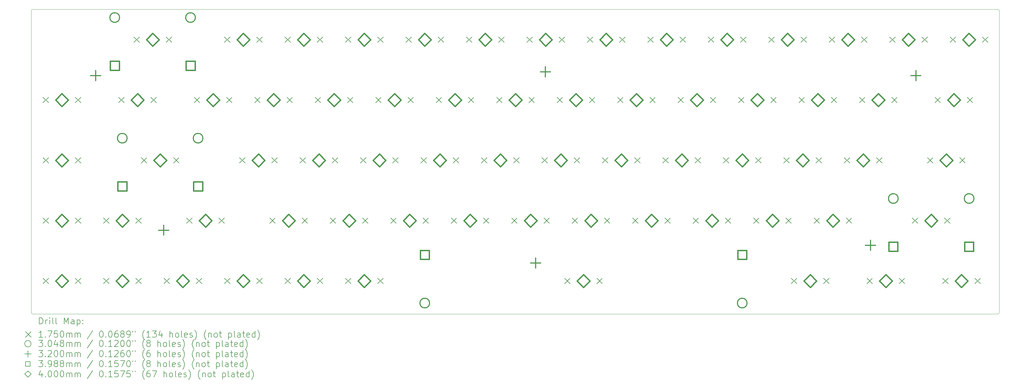
<source format=gbr>
%TF.GenerationSoftware,KiCad,Pcbnew,7.0.6*%
%TF.CreationDate,2024-03-18T14:57:49-04:00*%
%TF.ProjectId,Loadstar_70,4c6f6164-7374-4617-925f-37302e6b6963,rev?*%
%TF.SameCoordinates,Original*%
%TF.FileFunction,Drillmap*%
%TF.FilePolarity,Positive*%
%FSLAX45Y45*%
G04 Gerber Fmt 4.5, Leading zero omitted, Abs format (unit mm)*
G04 Created by KiCad (PCBNEW 7.0.6) date 2024-03-18 14:57:49*
%MOMM*%
%LPD*%
G01*
G04 APERTURE LIST*
%ADD10C,0.100000*%
%ADD11C,0.200000*%
%ADD12C,0.175000*%
%ADD13C,0.304800*%
%ADD14C,0.320000*%
%ADD15C,0.398780*%
%ADD16C,0.400000*%
G04 APERTURE END LIST*
D10*
X32636062Y-5696500D02*
X32636062Y-15216500D01*
X32586062Y-15266500D02*
X2186063Y-15266500D01*
X2186063Y-5646500D02*
X32586062Y-5646500D01*
X2136063Y-15216500D02*
X2136063Y-5696500D01*
X2186063Y-5646502D02*
G75*
G03*
X2136063Y-5696500I-3J-49998D01*
G01*
X32586062Y-15266502D02*
G75*
G03*
X32636062Y-15216500I-3J50003D01*
G01*
X32636060Y-5696500D02*
G75*
G03*
X32586062Y-5646500I-50000J0D01*
G01*
X2136060Y-15216500D02*
G75*
G03*
X2186063Y-15266500I50000J0D01*
G01*
D11*
D12*
X2508063Y-8421500D02*
X2683063Y-8596500D01*
X2683063Y-8421500D02*
X2508063Y-8596500D01*
X2508063Y-10326500D02*
X2683063Y-10501500D01*
X2683063Y-10326500D02*
X2508063Y-10501500D01*
X2508063Y-12231500D02*
X2683063Y-12406500D01*
X2683063Y-12231500D02*
X2508063Y-12406500D01*
X2508063Y-14136500D02*
X2683063Y-14311500D01*
X2683063Y-14136500D02*
X2508063Y-14311500D01*
X3524062Y-8421500D02*
X3699062Y-8596500D01*
X3699062Y-8421500D02*
X3524062Y-8596500D01*
X3524062Y-10326500D02*
X3699062Y-10501500D01*
X3699062Y-10326500D02*
X3524062Y-10501500D01*
X3524062Y-12231500D02*
X3699062Y-12406500D01*
X3699062Y-12231500D02*
X3524062Y-12406500D01*
X3524062Y-14136500D02*
X3699062Y-14311500D01*
X3699062Y-14136500D02*
X3524062Y-14311500D01*
X4413063Y-12231500D02*
X4588063Y-12406500D01*
X4588063Y-12231500D02*
X4413063Y-12406500D01*
X4413063Y-14136500D02*
X4588063Y-14311500D01*
X4588063Y-14136500D02*
X4413063Y-14311500D01*
X4889313Y-8421500D02*
X5064313Y-8596500D01*
X5064313Y-8421500D02*
X4889313Y-8596500D01*
X5368103Y-6516500D02*
X5543103Y-6691500D01*
X5543103Y-6516500D02*
X5368103Y-6691500D01*
X5429063Y-12231500D02*
X5604062Y-12406500D01*
X5604062Y-12231500D02*
X5429063Y-12406500D01*
X5429063Y-14136500D02*
X5604062Y-14311500D01*
X5604062Y-14136500D02*
X5429063Y-14311500D01*
X5603687Y-10326500D02*
X5778687Y-10501500D01*
X5778687Y-10326500D02*
X5603687Y-10501500D01*
X5905312Y-8421500D02*
X6080312Y-8596500D01*
X6080312Y-8421500D02*
X5905312Y-8596500D01*
X6318062Y-14136500D02*
X6493062Y-14311500D01*
X6493062Y-14136500D02*
X6318062Y-14311500D01*
X6384102Y-6516500D02*
X6559102Y-6691500D01*
X6559102Y-6516500D02*
X6384102Y-6691500D01*
X6619687Y-10326500D02*
X6794687Y-10501500D01*
X6794687Y-10326500D02*
X6619687Y-10501500D01*
X7032437Y-12231500D02*
X7207437Y-12406500D01*
X7207437Y-12231500D02*
X7032437Y-12406500D01*
X7270562Y-8421500D02*
X7445562Y-8596500D01*
X7445562Y-8421500D02*
X7270562Y-8596500D01*
X7334062Y-14136500D02*
X7509062Y-14311500D01*
X7509062Y-14136500D02*
X7334062Y-14311500D01*
X8048437Y-12231500D02*
X8223437Y-12406500D01*
X8223437Y-12231500D02*
X8048437Y-12406500D01*
X8223062Y-6516500D02*
X8398063Y-6691500D01*
X8398063Y-6516500D02*
X8223062Y-6691500D01*
X8223062Y-14136500D02*
X8398063Y-14311500D01*
X8398063Y-14136500D02*
X8223062Y-14311500D01*
X8286562Y-8421500D02*
X8461563Y-8596500D01*
X8461563Y-8421500D02*
X8286562Y-8596500D01*
X8699313Y-10326500D02*
X8874313Y-10501500D01*
X8874313Y-10326500D02*
X8699313Y-10501500D01*
X9175563Y-8421500D02*
X9350563Y-8596500D01*
X9350563Y-8421500D02*
X9175563Y-8596500D01*
X9239063Y-6516500D02*
X9414063Y-6691500D01*
X9414063Y-6516500D02*
X9239063Y-6691500D01*
X9239063Y-14136500D02*
X9414063Y-14311500D01*
X9414063Y-14136500D02*
X9239063Y-14311500D01*
X9651813Y-12231500D02*
X9826813Y-12406500D01*
X9826813Y-12231500D02*
X9651813Y-12406500D01*
X9715313Y-10326500D02*
X9890313Y-10501500D01*
X9890313Y-10326500D02*
X9715313Y-10501500D01*
X10128063Y-6516500D02*
X10303063Y-6691500D01*
X10303063Y-6516500D02*
X10128063Y-6691500D01*
X10128063Y-14136500D02*
X10303063Y-14311500D01*
X10303063Y-14136500D02*
X10128063Y-14311500D01*
X10191563Y-8421500D02*
X10366563Y-8596500D01*
X10366563Y-8421500D02*
X10191563Y-8596500D01*
X10604313Y-10326500D02*
X10779313Y-10501500D01*
X10779313Y-10326500D02*
X10604313Y-10501500D01*
X10667813Y-12231500D02*
X10842813Y-12406500D01*
X10842813Y-12231500D02*
X10667813Y-12406500D01*
X11080563Y-8421500D02*
X11255562Y-8596500D01*
X11255562Y-8421500D02*
X11080563Y-8596500D01*
X11144063Y-6516500D02*
X11319062Y-6691500D01*
X11319062Y-6516500D02*
X11144063Y-6691500D01*
X11144063Y-14136500D02*
X11319062Y-14311500D01*
X11319062Y-14136500D02*
X11144063Y-14311500D01*
X11556812Y-12231500D02*
X11731812Y-12406500D01*
X11731812Y-12231500D02*
X11556812Y-12406500D01*
X11620312Y-10326500D02*
X11795312Y-10501500D01*
X11795312Y-10326500D02*
X11620312Y-10501500D01*
X12033062Y-6516500D02*
X12208062Y-6691500D01*
X12208062Y-6516500D02*
X12033062Y-6691500D01*
X12033062Y-14136500D02*
X12208062Y-14311500D01*
X12208062Y-14136500D02*
X12033062Y-14311500D01*
X12096562Y-8421500D02*
X12271562Y-8596500D01*
X12271562Y-8421500D02*
X12096562Y-8596500D01*
X12509312Y-10326500D02*
X12684312Y-10501500D01*
X12684312Y-10326500D02*
X12509312Y-10501500D01*
X12572812Y-12231500D02*
X12747812Y-12406500D01*
X12747812Y-12231500D02*
X12572812Y-12406500D01*
X12985562Y-8421500D02*
X13160562Y-8596500D01*
X13160562Y-8421500D02*
X12985562Y-8596500D01*
X13049062Y-6516500D02*
X13224062Y-6691500D01*
X13224062Y-6516500D02*
X13049062Y-6691500D01*
X13049062Y-14136500D02*
X13224062Y-14311500D01*
X13224062Y-14136500D02*
X13049062Y-14311500D01*
X13461812Y-12231500D02*
X13636812Y-12406500D01*
X13636812Y-12231500D02*
X13461812Y-12406500D01*
X13525312Y-10326500D02*
X13700312Y-10501500D01*
X13700312Y-10326500D02*
X13525312Y-10501500D01*
X13938062Y-6516500D02*
X14113062Y-6691500D01*
X14113062Y-6516500D02*
X13938062Y-6691500D01*
X14001562Y-8421500D02*
X14176562Y-8596500D01*
X14176562Y-8421500D02*
X14001562Y-8596500D01*
X14414312Y-10326500D02*
X14589312Y-10501500D01*
X14589312Y-10326500D02*
X14414312Y-10501500D01*
X14477812Y-12231500D02*
X14652812Y-12406500D01*
X14652812Y-12231500D02*
X14477812Y-12406500D01*
X14890562Y-8421500D02*
X15065562Y-8596500D01*
X15065562Y-8421500D02*
X14890562Y-8596500D01*
X14954062Y-6516500D02*
X15129062Y-6691500D01*
X15129062Y-6516500D02*
X14954062Y-6691500D01*
X15366812Y-12231500D02*
X15541812Y-12406500D01*
X15541812Y-12231500D02*
X15366812Y-12406500D01*
X15430312Y-10326500D02*
X15605312Y-10501500D01*
X15605312Y-10326500D02*
X15430312Y-10501500D01*
X15843062Y-6516500D02*
X16018062Y-6691500D01*
X16018062Y-6516500D02*
X15843062Y-6691500D01*
X15906562Y-8421500D02*
X16081562Y-8596500D01*
X16081562Y-8421500D02*
X15906562Y-8596500D01*
X16319312Y-10326500D02*
X16494312Y-10501500D01*
X16494312Y-10326500D02*
X16319312Y-10501500D01*
X16382812Y-12231500D02*
X16557812Y-12406500D01*
X16557812Y-12231500D02*
X16382812Y-12406500D01*
X16795563Y-8421500D02*
X16970563Y-8596500D01*
X16970563Y-8421500D02*
X16795563Y-8596500D01*
X16859063Y-6516500D02*
X17034063Y-6691500D01*
X17034063Y-6516500D02*
X16859063Y-6691500D01*
X17271813Y-12231500D02*
X17446813Y-12406500D01*
X17446813Y-12231500D02*
X17271813Y-12406500D01*
X17335313Y-10326500D02*
X17510313Y-10501500D01*
X17510313Y-10326500D02*
X17335313Y-10501500D01*
X17748063Y-6516500D02*
X17923063Y-6691500D01*
X17923063Y-6516500D02*
X17748063Y-6691500D01*
X17811563Y-8421500D02*
X17986563Y-8596500D01*
X17986563Y-8421500D02*
X17811563Y-8596500D01*
X18224313Y-10326500D02*
X18399313Y-10501500D01*
X18399313Y-10326500D02*
X18224313Y-10501500D01*
X18287813Y-12231500D02*
X18462813Y-12406500D01*
X18462813Y-12231500D02*
X18287813Y-12406500D01*
X18700563Y-8421500D02*
X18875563Y-8596500D01*
X18875563Y-8421500D02*
X18700563Y-8596500D01*
X18764063Y-6516500D02*
X18939063Y-6691500D01*
X18939063Y-6516500D02*
X18764063Y-6691500D01*
X18938688Y-14136500D02*
X19113688Y-14311500D01*
X19113688Y-14136500D02*
X18938688Y-14311500D01*
X19176813Y-12231500D02*
X19351813Y-12406500D01*
X19351813Y-12231500D02*
X19176813Y-12406500D01*
X19240313Y-10326500D02*
X19415313Y-10501500D01*
X19415313Y-10326500D02*
X19240313Y-10501500D01*
X19653063Y-6516500D02*
X19828063Y-6691500D01*
X19828063Y-6516500D02*
X19653063Y-6691500D01*
X19716563Y-8421500D02*
X19891563Y-8596500D01*
X19891563Y-8421500D02*
X19716563Y-8596500D01*
X19954688Y-14136500D02*
X20129688Y-14311500D01*
X20129688Y-14136500D02*
X19954688Y-14311500D01*
X20129313Y-10326500D02*
X20304313Y-10501500D01*
X20304313Y-10326500D02*
X20129313Y-10501500D01*
X20192813Y-12231500D02*
X20367813Y-12406500D01*
X20367813Y-12231500D02*
X20192813Y-12406500D01*
X20605563Y-8421500D02*
X20780563Y-8596500D01*
X20780563Y-8421500D02*
X20605563Y-8596500D01*
X20669063Y-6516500D02*
X20844063Y-6691500D01*
X20844063Y-6516500D02*
X20669063Y-6691500D01*
X21081813Y-12231500D02*
X21256813Y-12406500D01*
X21256813Y-12231500D02*
X21081813Y-12406500D01*
X21145313Y-10326500D02*
X21320313Y-10501500D01*
X21320313Y-10326500D02*
X21145313Y-10501500D01*
X21558063Y-6516500D02*
X21733063Y-6691500D01*
X21733063Y-6516500D02*
X21558063Y-6691500D01*
X21621563Y-8421500D02*
X21796563Y-8596500D01*
X21796563Y-8421500D02*
X21621563Y-8596500D01*
X22034313Y-10326500D02*
X22209313Y-10501500D01*
X22209313Y-10326500D02*
X22034313Y-10501500D01*
X22097813Y-12231500D02*
X22272813Y-12406500D01*
X22272813Y-12231500D02*
X22097813Y-12406500D01*
X22510562Y-8421500D02*
X22685562Y-8596500D01*
X22685562Y-8421500D02*
X22510562Y-8596500D01*
X22574062Y-6516500D02*
X22749062Y-6691500D01*
X22749062Y-6516500D02*
X22574062Y-6691500D01*
X22986812Y-12231500D02*
X23161812Y-12406500D01*
X23161812Y-12231500D02*
X22986812Y-12406500D01*
X23050312Y-10326500D02*
X23225312Y-10501500D01*
X23225312Y-10326500D02*
X23050312Y-10501500D01*
X23463062Y-6516500D02*
X23638062Y-6691500D01*
X23638062Y-6516500D02*
X23463062Y-6691500D01*
X23526562Y-8421500D02*
X23701562Y-8596500D01*
X23701562Y-8421500D02*
X23526562Y-8596500D01*
X23939312Y-10326500D02*
X24114312Y-10501500D01*
X24114312Y-10326500D02*
X23939312Y-10501500D01*
X24002812Y-12231500D02*
X24177812Y-12406500D01*
X24177812Y-12231500D02*
X24002812Y-12406500D01*
X24415562Y-8421500D02*
X24590562Y-8596500D01*
X24590562Y-8421500D02*
X24415562Y-8596500D01*
X24479062Y-6516500D02*
X24654062Y-6691500D01*
X24654062Y-6516500D02*
X24479062Y-6691500D01*
X24891812Y-12231500D02*
X25066812Y-12406500D01*
X25066812Y-12231500D02*
X24891812Y-12406500D01*
X24955312Y-10326500D02*
X25130312Y-10501500D01*
X25130312Y-10326500D02*
X24955312Y-10501500D01*
X25368062Y-6516500D02*
X25543062Y-6691500D01*
X25543062Y-6516500D02*
X25368062Y-6691500D01*
X25431562Y-8421500D02*
X25606562Y-8596500D01*
X25606562Y-8421500D02*
X25431562Y-8596500D01*
X25844312Y-10326500D02*
X26019312Y-10501500D01*
X26019312Y-10326500D02*
X25844312Y-10501500D01*
X25907812Y-12231500D02*
X26082812Y-12406500D01*
X26082812Y-12231500D02*
X25907812Y-12406500D01*
X26082437Y-14136500D02*
X26257437Y-14311500D01*
X26257437Y-14136500D02*
X26082437Y-14311500D01*
X26320562Y-8421500D02*
X26495562Y-8596500D01*
X26495562Y-8421500D02*
X26320562Y-8596500D01*
X26384062Y-6516500D02*
X26559062Y-6691500D01*
X26559062Y-6516500D02*
X26384062Y-6691500D01*
X26796812Y-12231500D02*
X26971812Y-12406500D01*
X26971812Y-12231500D02*
X26796812Y-12406500D01*
X26860312Y-10326500D02*
X27035312Y-10501500D01*
X27035312Y-10326500D02*
X26860312Y-10501500D01*
X27098437Y-14136500D02*
X27273437Y-14311500D01*
X27273437Y-14136500D02*
X27098437Y-14311500D01*
X27273062Y-6516500D02*
X27448062Y-6691500D01*
X27448062Y-6516500D02*
X27273062Y-6691500D01*
X27336562Y-8421500D02*
X27511562Y-8596500D01*
X27511562Y-8421500D02*
X27336562Y-8596500D01*
X27749312Y-10326500D02*
X27924312Y-10501500D01*
X27924312Y-10326500D02*
X27749312Y-10501500D01*
X27812812Y-12231500D02*
X27987812Y-12406500D01*
X27987812Y-12231500D02*
X27812812Y-12406500D01*
X28225562Y-8421500D02*
X28400562Y-8596500D01*
X28400562Y-8421500D02*
X28225562Y-8596500D01*
X28289062Y-6516500D02*
X28464062Y-6691500D01*
X28464062Y-6516500D02*
X28289062Y-6691500D01*
X28463687Y-14136500D02*
X28638687Y-14311500D01*
X28638687Y-14136500D02*
X28463687Y-14311500D01*
X28765312Y-10326500D02*
X28940312Y-10501500D01*
X28940312Y-10326500D02*
X28765312Y-10501500D01*
X29178062Y-6516500D02*
X29353062Y-6691500D01*
X29353062Y-6516500D02*
X29178062Y-6691500D01*
X29241562Y-8421500D02*
X29416562Y-8596500D01*
X29416562Y-8421500D02*
X29241562Y-8596500D01*
X29479687Y-14136500D02*
X29654687Y-14311500D01*
X29654687Y-14136500D02*
X29479687Y-14311500D01*
X29892437Y-12231500D02*
X30067437Y-12406500D01*
X30067437Y-12231500D02*
X29892437Y-12406500D01*
X30194062Y-6516500D02*
X30369062Y-6691500D01*
X30369062Y-6516500D02*
X30194062Y-6691500D01*
X30368687Y-10326500D02*
X30543687Y-10501500D01*
X30543687Y-10326500D02*
X30368687Y-10501500D01*
X30606812Y-8421500D02*
X30781812Y-8596500D01*
X30781812Y-8421500D02*
X30606812Y-8596500D01*
X30844937Y-14136500D02*
X31019937Y-14311500D01*
X31019937Y-14136500D02*
X30844937Y-14311500D01*
X30908437Y-12231500D02*
X31083437Y-12406500D01*
X31083437Y-12231500D02*
X30908437Y-12406500D01*
X31083062Y-6516500D02*
X31258062Y-6691500D01*
X31258062Y-6516500D02*
X31083062Y-6691500D01*
X31384687Y-10326500D02*
X31559687Y-10501500D01*
X31559687Y-10326500D02*
X31384687Y-10501500D01*
X31622812Y-8421500D02*
X31797812Y-8596500D01*
X31797812Y-8421500D02*
X31622812Y-8596500D01*
X31860937Y-14136500D02*
X32035937Y-14311500D01*
X32035937Y-14136500D02*
X31860937Y-14311500D01*
X32099062Y-6516500D02*
X32274062Y-6691500D01*
X32274062Y-6516500D02*
X32099062Y-6691500D01*
D13*
X4919663Y-5905500D02*
G75*
G03*
X4919663Y-5905500I-152400J0D01*
G01*
X5157788Y-9715500D02*
G75*
G03*
X5157788Y-9715500I-152400J0D01*
G01*
X7307262Y-5905500D02*
G75*
G03*
X7307262Y-5905500I-152400J0D01*
G01*
X7545387Y-9715500D02*
G75*
G03*
X7545387Y-9715500I-152400J0D01*
G01*
X14686587Y-14922500D02*
G75*
G03*
X14686587Y-14922500I-152400J0D01*
G01*
X24686587Y-14922500D02*
G75*
G03*
X24686587Y-14922500I-152400J0D01*
G01*
X29446537Y-11620500D02*
G75*
G03*
X29446537Y-11620500I-152400J0D01*
G01*
X31834137Y-11620500D02*
G75*
G03*
X31834137Y-11620500I-152400J0D01*
G01*
D14*
X4167187Y-7579062D02*
X4167187Y-7899062D01*
X4007187Y-7739062D02*
X4327188Y-7739062D01*
X6310312Y-12460625D02*
X6310312Y-12780625D01*
X6150312Y-12620625D02*
X6470312Y-12620625D01*
X18028563Y-13500500D02*
X18028563Y-13820500D01*
X17868563Y-13660500D02*
X18188563Y-13660500D01*
X18335625Y-7460000D02*
X18335625Y-7780000D01*
X18175625Y-7620000D02*
X18495625Y-7620000D01*
X28575000Y-12936875D02*
X28575000Y-13256875D01*
X28415000Y-13096875D02*
X28735000Y-13096875D01*
X30003750Y-7579062D02*
X30003750Y-7899062D01*
X29843750Y-7739062D02*
X30163750Y-7739062D01*
D15*
X4908254Y-7567491D02*
X4908254Y-7285509D01*
X4626271Y-7285509D01*
X4626271Y-7567491D01*
X4908254Y-7567491D01*
X5146379Y-11377491D02*
X5146379Y-11095509D01*
X4864396Y-11095509D01*
X4864396Y-11377491D01*
X5146379Y-11377491D01*
X7295854Y-7567491D02*
X7295854Y-7285509D01*
X7013871Y-7285509D01*
X7013871Y-7567491D01*
X7295854Y-7567491D01*
X7533979Y-11377491D02*
X7533979Y-11095509D01*
X7251996Y-11095509D01*
X7251996Y-11377491D01*
X7533979Y-11377491D01*
X14675179Y-13542491D02*
X14675179Y-13260509D01*
X14393196Y-13260509D01*
X14393196Y-13542491D01*
X14675179Y-13542491D01*
X24675179Y-13542491D02*
X24675179Y-13260509D01*
X24393196Y-13260509D01*
X24393196Y-13542491D01*
X24675179Y-13542491D01*
X29435129Y-13282491D02*
X29435129Y-13000509D01*
X29153146Y-13000509D01*
X29153146Y-13282491D01*
X29435129Y-13282491D01*
X31822729Y-13282491D02*
X31822729Y-13000509D01*
X31540746Y-13000509D01*
X31540746Y-13282491D01*
X31822729Y-13282491D01*
D16*
X3103562Y-8709000D02*
X3303562Y-8509000D01*
X3103562Y-8309000D01*
X2903562Y-8509000D01*
X3103562Y-8709000D01*
X3103562Y-10614000D02*
X3303562Y-10414000D01*
X3103562Y-10214000D01*
X2903562Y-10414000D01*
X3103562Y-10614000D01*
X3103562Y-12519000D02*
X3303562Y-12319000D01*
X3103562Y-12119000D01*
X2903562Y-12319000D01*
X3103562Y-12519000D01*
X3103562Y-14424000D02*
X3303562Y-14224000D01*
X3103562Y-14024000D01*
X2903562Y-14224000D01*
X3103562Y-14424000D01*
X5008563Y-12519000D02*
X5208563Y-12319000D01*
X5008563Y-12119000D01*
X4808563Y-12319000D01*
X5008563Y-12519000D01*
X5008563Y-14424000D02*
X5208563Y-14224000D01*
X5008563Y-14024000D01*
X4808563Y-14224000D01*
X5008563Y-14424000D01*
X5484813Y-8709000D02*
X5684812Y-8509000D01*
X5484813Y-8309000D01*
X5284813Y-8509000D01*
X5484813Y-8709000D01*
X5963602Y-6804000D02*
X6163602Y-6604000D01*
X5963602Y-6404000D01*
X5763602Y-6604000D01*
X5963602Y-6804000D01*
X6199187Y-10614000D02*
X6399187Y-10414000D01*
X6199187Y-10214000D01*
X5999187Y-10414000D01*
X6199187Y-10614000D01*
X6913562Y-14424000D02*
X7113562Y-14224000D01*
X6913562Y-14024000D01*
X6713562Y-14224000D01*
X6913562Y-14424000D01*
X7627937Y-12519000D02*
X7827937Y-12319000D01*
X7627937Y-12119000D01*
X7427937Y-12319000D01*
X7627937Y-12519000D01*
X7866062Y-8709000D02*
X8066062Y-8509000D01*
X7866062Y-8309000D01*
X7666062Y-8509000D01*
X7866062Y-8709000D01*
X8818563Y-6804000D02*
X9018563Y-6604000D01*
X8818563Y-6404000D01*
X8618563Y-6604000D01*
X8818563Y-6804000D01*
X8818563Y-14424000D02*
X9018563Y-14224000D01*
X8818563Y-14024000D01*
X8618563Y-14224000D01*
X8818563Y-14424000D01*
X9294813Y-10614000D02*
X9494813Y-10414000D01*
X9294813Y-10214000D01*
X9094813Y-10414000D01*
X9294813Y-10614000D01*
X9771063Y-8709000D02*
X9971063Y-8509000D01*
X9771063Y-8309000D01*
X9571063Y-8509000D01*
X9771063Y-8709000D01*
X10247313Y-12519000D02*
X10447313Y-12319000D01*
X10247313Y-12119000D01*
X10047313Y-12319000D01*
X10247313Y-12519000D01*
X10723563Y-6804000D02*
X10923563Y-6604000D01*
X10723563Y-6404000D01*
X10523563Y-6604000D01*
X10723563Y-6804000D01*
X10723563Y-14424000D02*
X10923563Y-14224000D01*
X10723563Y-14024000D01*
X10523563Y-14224000D01*
X10723563Y-14424000D01*
X11199812Y-10614000D02*
X11399812Y-10414000D01*
X11199812Y-10214000D01*
X10999813Y-10414000D01*
X11199812Y-10614000D01*
X11676062Y-8709000D02*
X11876062Y-8509000D01*
X11676062Y-8309000D01*
X11476062Y-8509000D01*
X11676062Y-8709000D01*
X12152312Y-12519000D02*
X12352312Y-12319000D01*
X12152312Y-12119000D01*
X11952312Y-12319000D01*
X12152312Y-12519000D01*
X12628562Y-6804000D02*
X12828562Y-6604000D01*
X12628562Y-6404000D01*
X12428562Y-6604000D01*
X12628562Y-6804000D01*
X12628562Y-14424000D02*
X12828562Y-14224000D01*
X12628562Y-14024000D01*
X12428562Y-14224000D01*
X12628562Y-14424000D01*
X13104812Y-10614000D02*
X13304812Y-10414000D01*
X13104812Y-10214000D01*
X12904812Y-10414000D01*
X13104812Y-10614000D01*
X13581062Y-8709000D02*
X13781062Y-8509000D01*
X13581062Y-8309000D01*
X13381062Y-8509000D01*
X13581062Y-8709000D01*
X14057312Y-12519000D02*
X14257312Y-12319000D01*
X14057312Y-12119000D01*
X13857312Y-12319000D01*
X14057312Y-12519000D01*
X14533562Y-6804000D02*
X14733562Y-6604000D01*
X14533562Y-6404000D01*
X14333562Y-6604000D01*
X14533562Y-6804000D01*
X15009812Y-10614000D02*
X15209812Y-10414000D01*
X15009812Y-10214000D01*
X14809812Y-10414000D01*
X15009812Y-10614000D01*
X15486062Y-8709000D02*
X15686062Y-8509000D01*
X15486062Y-8309000D01*
X15286062Y-8509000D01*
X15486062Y-8709000D01*
X15962312Y-12519000D02*
X16162312Y-12319000D01*
X15962312Y-12119000D01*
X15762312Y-12319000D01*
X15962312Y-12519000D01*
X16438562Y-6804000D02*
X16638562Y-6604000D01*
X16438562Y-6404000D01*
X16238562Y-6604000D01*
X16438562Y-6804000D01*
X16914813Y-10614000D02*
X17114813Y-10414000D01*
X16914813Y-10214000D01*
X16714812Y-10414000D01*
X16914813Y-10614000D01*
X17391063Y-8709000D02*
X17591063Y-8509000D01*
X17391063Y-8309000D01*
X17191063Y-8509000D01*
X17391063Y-8709000D01*
X17867313Y-12519000D02*
X18067313Y-12319000D01*
X17867313Y-12119000D01*
X17667313Y-12319000D01*
X17867313Y-12519000D01*
X18343563Y-6804000D02*
X18543563Y-6604000D01*
X18343563Y-6404000D01*
X18143563Y-6604000D01*
X18343563Y-6804000D01*
X18819813Y-10614000D02*
X19019813Y-10414000D01*
X18819813Y-10214000D01*
X18619813Y-10414000D01*
X18819813Y-10614000D01*
X19296063Y-8709000D02*
X19496063Y-8509000D01*
X19296063Y-8309000D01*
X19096063Y-8509000D01*
X19296063Y-8709000D01*
X19534188Y-14424000D02*
X19734188Y-14224000D01*
X19534188Y-14024000D01*
X19334188Y-14224000D01*
X19534188Y-14424000D01*
X19772313Y-12519000D02*
X19972313Y-12319000D01*
X19772313Y-12119000D01*
X19572313Y-12319000D01*
X19772313Y-12519000D01*
X20248563Y-6804000D02*
X20448563Y-6604000D01*
X20248563Y-6404000D01*
X20048563Y-6604000D01*
X20248563Y-6804000D01*
X20724813Y-10614000D02*
X20924813Y-10414000D01*
X20724813Y-10214000D01*
X20524813Y-10414000D01*
X20724813Y-10614000D01*
X21201063Y-8709000D02*
X21401063Y-8509000D01*
X21201063Y-8309000D01*
X21001063Y-8509000D01*
X21201063Y-8709000D01*
X21677313Y-12519000D02*
X21877313Y-12319000D01*
X21677313Y-12119000D01*
X21477313Y-12319000D01*
X21677313Y-12519000D01*
X22153563Y-6804000D02*
X22353563Y-6604000D01*
X22153563Y-6404000D01*
X21953563Y-6604000D01*
X22153563Y-6804000D01*
X22629812Y-10614000D02*
X22829812Y-10414000D01*
X22629812Y-10214000D01*
X22429812Y-10414000D01*
X22629812Y-10614000D01*
X23106062Y-8709000D02*
X23306062Y-8509000D01*
X23106062Y-8309000D01*
X22906062Y-8509000D01*
X23106062Y-8709000D01*
X23582312Y-12519000D02*
X23782312Y-12319000D01*
X23582312Y-12119000D01*
X23382312Y-12319000D01*
X23582312Y-12519000D01*
X24058562Y-6804000D02*
X24258562Y-6604000D01*
X24058562Y-6404000D01*
X23858562Y-6604000D01*
X24058562Y-6804000D01*
X24534812Y-10614000D02*
X24734812Y-10414000D01*
X24534812Y-10214000D01*
X24334812Y-10414000D01*
X24534812Y-10614000D01*
X25011062Y-8709000D02*
X25211062Y-8509000D01*
X25011062Y-8309000D01*
X24811062Y-8509000D01*
X25011062Y-8709000D01*
X25487312Y-12519000D02*
X25687312Y-12319000D01*
X25487312Y-12119000D01*
X25287312Y-12319000D01*
X25487312Y-12519000D01*
X25963562Y-6804000D02*
X26163562Y-6604000D01*
X25963562Y-6404000D01*
X25763562Y-6604000D01*
X25963562Y-6804000D01*
X26439812Y-10614000D02*
X26639812Y-10414000D01*
X26439812Y-10214000D01*
X26239812Y-10414000D01*
X26439812Y-10614000D01*
X26677937Y-14424000D02*
X26877937Y-14224000D01*
X26677937Y-14024000D01*
X26477937Y-14224000D01*
X26677937Y-14424000D01*
X26916062Y-8709000D02*
X27116062Y-8509000D01*
X26916062Y-8309000D01*
X26716062Y-8509000D01*
X26916062Y-8709000D01*
X27392312Y-12519000D02*
X27592312Y-12319000D01*
X27392312Y-12119000D01*
X27192312Y-12319000D01*
X27392312Y-12519000D01*
X27868562Y-6804000D02*
X28068562Y-6604000D01*
X27868562Y-6404000D01*
X27668562Y-6604000D01*
X27868562Y-6804000D01*
X28344812Y-10614000D02*
X28544812Y-10414000D01*
X28344812Y-10214000D01*
X28144812Y-10414000D01*
X28344812Y-10614000D01*
X28821062Y-8709000D02*
X29021062Y-8509000D01*
X28821062Y-8309000D01*
X28621062Y-8509000D01*
X28821062Y-8709000D01*
X29059187Y-14424000D02*
X29259187Y-14224000D01*
X29059187Y-14024000D01*
X28859187Y-14224000D01*
X29059187Y-14424000D01*
X29773562Y-6804000D02*
X29973562Y-6604000D01*
X29773562Y-6404000D01*
X29573562Y-6604000D01*
X29773562Y-6804000D01*
X30487937Y-12519000D02*
X30687937Y-12319000D01*
X30487937Y-12119000D01*
X30287937Y-12319000D01*
X30487937Y-12519000D01*
X30964187Y-10614000D02*
X31164187Y-10414000D01*
X30964187Y-10214000D01*
X30764187Y-10414000D01*
X30964187Y-10614000D01*
X31202312Y-8709000D02*
X31402312Y-8509000D01*
X31202312Y-8309000D01*
X31002312Y-8509000D01*
X31202312Y-8709000D01*
X31440437Y-14424000D02*
X31640437Y-14224000D01*
X31440437Y-14024000D01*
X31240437Y-14224000D01*
X31440437Y-14424000D01*
X31678562Y-6804000D02*
X31878562Y-6604000D01*
X31678562Y-6404000D01*
X31478562Y-6604000D01*
X31678562Y-6804000D01*
D11*
X2391839Y-15582984D02*
X2391839Y-15382984D01*
X2391839Y-15382984D02*
X2439458Y-15382984D01*
X2439458Y-15382984D02*
X2468030Y-15392508D01*
X2468030Y-15392508D02*
X2487077Y-15411555D01*
X2487077Y-15411555D02*
X2496601Y-15430603D01*
X2496601Y-15430603D02*
X2506125Y-15468698D01*
X2506125Y-15468698D02*
X2506125Y-15497269D01*
X2506125Y-15497269D02*
X2496601Y-15535365D01*
X2496601Y-15535365D02*
X2487077Y-15554412D01*
X2487077Y-15554412D02*
X2468030Y-15573460D01*
X2468030Y-15573460D02*
X2439458Y-15582984D01*
X2439458Y-15582984D02*
X2391839Y-15582984D01*
X2591839Y-15582984D02*
X2591839Y-15449650D01*
X2591839Y-15487746D02*
X2601363Y-15468698D01*
X2601363Y-15468698D02*
X2610887Y-15459174D01*
X2610887Y-15459174D02*
X2629935Y-15449650D01*
X2629935Y-15449650D02*
X2648982Y-15449650D01*
X2715649Y-15582984D02*
X2715649Y-15449650D01*
X2715649Y-15382984D02*
X2706125Y-15392508D01*
X2706125Y-15392508D02*
X2715649Y-15402031D01*
X2715649Y-15402031D02*
X2725173Y-15392508D01*
X2725173Y-15392508D02*
X2715649Y-15382984D01*
X2715649Y-15382984D02*
X2715649Y-15402031D01*
X2839458Y-15582984D02*
X2820411Y-15573460D01*
X2820411Y-15573460D02*
X2810887Y-15554412D01*
X2810887Y-15554412D02*
X2810887Y-15382984D01*
X2944220Y-15582984D02*
X2925173Y-15573460D01*
X2925173Y-15573460D02*
X2915649Y-15554412D01*
X2915649Y-15554412D02*
X2915649Y-15382984D01*
X3172792Y-15582984D02*
X3172792Y-15382984D01*
X3172792Y-15382984D02*
X3239458Y-15525841D01*
X3239458Y-15525841D02*
X3306125Y-15382984D01*
X3306125Y-15382984D02*
X3306125Y-15582984D01*
X3487077Y-15582984D02*
X3487077Y-15478222D01*
X3487077Y-15478222D02*
X3477554Y-15459174D01*
X3477554Y-15459174D02*
X3458506Y-15449650D01*
X3458506Y-15449650D02*
X3420411Y-15449650D01*
X3420411Y-15449650D02*
X3401363Y-15459174D01*
X3487077Y-15573460D02*
X3468030Y-15582984D01*
X3468030Y-15582984D02*
X3420411Y-15582984D01*
X3420411Y-15582984D02*
X3401363Y-15573460D01*
X3401363Y-15573460D02*
X3391839Y-15554412D01*
X3391839Y-15554412D02*
X3391839Y-15535365D01*
X3391839Y-15535365D02*
X3401363Y-15516317D01*
X3401363Y-15516317D02*
X3420411Y-15506793D01*
X3420411Y-15506793D02*
X3468030Y-15506793D01*
X3468030Y-15506793D02*
X3487077Y-15497269D01*
X3582315Y-15449650D02*
X3582315Y-15649650D01*
X3582315Y-15459174D02*
X3601363Y-15449650D01*
X3601363Y-15449650D02*
X3639458Y-15449650D01*
X3639458Y-15449650D02*
X3658506Y-15459174D01*
X3658506Y-15459174D02*
X3668030Y-15468698D01*
X3668030Y-15468698D02*
X3677554Y-15487746D01*
X3677554Y-15487746D02*
X3677554Y-15544888D01*
X3677554Y-15544888D02*
X3668030Y-15563936D01*
X3668030Y-15563936D02*
X3658506Y-15573460D01*
X3658506Y-15573460D02*
X3639458Y-15582984D01*
X3639458Y-15582984D02*
X3601363Y-15582984D01*
X3601363Y-15582984D02*
X3582315Y-15573460D01*
X3763268Y-15563936D02*
X3772792Y-15573460D01*
X3772792Y-15573460D02*
X3763268Y-15582984D01*
X3763268Y-15582984D02*
X3753744Y-15573460D01*
X3753744Y-15573460D02*
X3763268Y-15563936D01*
X3763268Y-15563936D02*
X3763268Y-15582984D01*
X3763268Y-15459174D02*
X3772792Y-15468698D01*
X3772792Y-15468698D02*
X3763268Y-15478222D01*
X3763268Y-15478222D02*
X3753744Y-15468698D01*
X3753744Y-15468698D02*
X3763268Y-15459174D01*
X3763268Y-15459174D02*
X3763268Y-15478222D01*
D12*
X1956062Y-15824000D02*
X2131063Y-15999000D01*
X2131063Y-15824000D02*
X1956062Y-15999000D01*
D11*
X2496601Y-16002984D02*
X2382316Y-16002984D01*
X2439458Y-16002984D02*
X2439458Y-15802984D01*
X2439458Y-15802984D02*
X2420411Y-15831555D01*
X2420411Y-15831555D02*
X2401363Y-15850603D01*
X2401363Y-15850603D02*
X2382316Y-15860127D01*
X2582316Y-15983936D02*
X2591839Y-15993460D01*
X2591839Y-15993460D02*
X2582316Y-16002984D01*
X2582316Y-16002984D02*
X2572792Y-15993460D01*
X2572792Y-15993460D02*
X2582316Y-15983936D01*
X2582316Y-15983936D02*
X2582316Y-16002984D01*
X2658506Y-15802984D02*
X2791839Y-15802984D01*
X2791839Y-15802984D02*
X2706125Y-16002984D01*
X2963268Y-15802984D02*
X2868030Y-15802984D01*
X2868030Y-15802984D02*
X2858506Y-15898222D01*
X2858506Y-15898222D02*
X2868030Y-15888698D01*
X2868030Y-15888698D02*
X2887077Y-15879174D01*
X2887077Y-15879174D02*
X2934696Y-15879174D01*
X2934696Y-15879174D02*
X2953744Y-15888698D01*
X2953744Y-15888698D02*
X2963268Y-15898222D01*
X2963268Y-15898222D02*
X2972792Y-15917269D01*
X2972792Y-15917269D02*
X2972792Y-15964888D01*
X2972792Y-15964888D02*
X2963268Y-15983936D01*
X2963268Y-15983936D02*
X2953744Y-15993460D01*
X2953744Y-15993460D02*
X2934696Y-16002984D01*
X2934696Y-16002984D02*
X2887077Y-16002984D01*
X2887077Y-16002984D02*
X2868030Y-15993460D01*
X2868030Y-15993460D02*
X2858506Y-15983936D01*
X3096601Y-15802984D02*
X3115649Y-15802984D01*
X3115649Y-15802984D02*
X3134696Y-15812508D01*
X3134696Y-15812508D02*
X3144220Y-15822031D01*
X3144220Y-15822031D02*
X3153744Y-15841079D01*
X3153744Y-15841079D02*
X3163268Y-15879174D01*
X3163268Y-15879174D02*
X3163268Y-15926793D01*
X3163268Y-15926793D02*
X3153744Y-15964888D01*
X3153744Y-15964888D02*
X3144220Y-15983936D01*
X3144220Y-15983936D02*
X3134696Y-15993460D01*
X3134696Y-15993460D02*
X3115649Y-16002984D01*
X3115649Y-16002984D02*
X3096601Y-16002984D01*
X3096601Y-16002984D02*
X3077554Y-15993460D01*
X3077554Y-15993460D02*
X3068030Y-15983936D01*
X3068030Y-15983936D02*
X3058506Y-15964888D01*
X3058506Y-15964888D02*
X3048982Y-15926793D01*
X3048982Y-15926793D02*
X3048982Y-15879174D01*
X3048982Y-15879174D02*
X3058506Y-15841079D01*
X3058506Y-15841079D02*
X3068030Y-15822031D01*
X3068030Y-15822031D02*
X3077554Y-15812508D01*
X3077554Y-15812508D02*
X3096601Y-15802984D01*
X3248982Y-16002984D02*
X3248982Y-15869650D01*
X3248982Y-15888698D02*
X3258506Y-15879174D01*
X3258506Y-15879174D02*
X3277554Y-15869650D01*
X3277554Y-15869650D02*
X3306125Y-15869650D01*
X3306125Y-15869650D02*
X3325173Y-15879174D01*
X3325173Y-15879174D02*
X3334696Y-15898222D01*
X3334696Y-15898222D02*
X3334696Y-16002984D01*
X3334696Y-15898222D02*
X3344220Y-15879174D01*
X3344220Y-15879174D02*
X3363268Y-15869650D01*
X3363268Y-15869650D02*
X3391839Y-15869650D01*
X3391839Y-15869650D02*
X3410887Y-15879174D01*
X3410887Y-15879174D02*
X3420411Y-15898222D01*
X3420411Y-15898222D02*
X3420411Y-16002984D01*
X3515649Y-16002984D02*
X3515649Y-15869650D01*
X3515649Y-15888698D02*
X3525173Y-15879174D01*
X3525173Y-15879174D02*
X3544220Y-15869650D01*
X3544220Y-15869650D02*
X3572792Y-15869650D01*
X3572792Y-15869650D02*
X3591839Y-15879174D01*
X3591839Y-15879174D02*
X3601363Y-15898222D01*
X3601363Y-15898222D02*
X3601363Y-16002984D01*
X3601363Y-15898222D02*
X3610887Y-15879174D01*
X3610887Y-15879174D02*
X3629935Y-15869650D01*
X3629935Y-15869650D02*
X3658506Y-15869650D01*
X3658506Y-15869650D02*
X3677554Y-15879174D01*
X3677554Y-15879174D02*
X3687077Y-15898222D01*
X3687077Y-15898222D02*
X3687077Y-16002984D01*
X4077554Y-15793460D02*
X3906125Y-16050603D01*
X4334697Y-15802984D02*
X4353744Y-15802984D01*
X4353744Y-15802984D02*
X4372792Y-15812508D01*
X4372792Y-15812508D02*
X4382316Y-15822031D01*
X4382316Y-15822031D02*
X4391840Y-15841079D01*
X4391840Y-15841079D02*
X4401363Y-15879174D01*
X4401363Y-15879174D02*
X4401363Y-15926793D01*
X4401363Y-15926793D02*
X4391840Y-15964888D01*
X4391840Y-15964888D02*
X4382316Y-15983936D01*
X4382316Y-15983936D02*
X4372792Y-15993460D01*
X4372792Y-15993460D02*
X4353744Y-16002984D01*
X4353744Y-16002984D02*
X4334697Y-16002984D01*
X4334697Y-16002984D02*
X4315649Y-15993460D01*
X4315649Y-15993460D02*
X4306125Y-15983936D01*
X4306125Y-15983936D02*
X4296601Y-15964888D01*
X4296601Y-15964888D02*
X4287078Y-15926793D01*
X4287078Y-15926793D02*
X4287078Y-15879174D01*
X4287078Y-15879174D02*
X4296601Y-15841079D01*
X4296601Y-15841079D02*
X4306125Y-15822031D01*
X4306125Y-15822031D02*
X4315649Y-15812508D01*
X4315649Y-15812508D02*
X4334697Y-15802984D01*
X4487078Y-15983936D02*
X4496601Y-15993460D01*
X4496601Y-15993460D02*
X4487078Y-16002984D01*
X4487078Y-16002984D02*
X4477554Y-15993460D01*
X4477554Y-15993460D02*
X4487078Y-15983936D01*
X4487078Y-15983936D02*
X4487078Y-16002984D01*
X4620411Y-15802984D02*
X4639459Y-15802984D01*
X4639459Y-15802984D02*
X4658506Y-15812508D01*
X4658506Y-15812508D02*
X4668030Y-15822031D01*
X4668030Y-15822031D02*
X4677554Y-15841079D01*
X4677554Y-15841079D02*
X4687078Y-15879174D01*
X4687078Y-15879174D02*
X4687078Y-15926793D01*
X4687078Y-15926793D02*
X4677554Y-15964888D01*
X4677554Y-15964888D02*
X4668030Y-15983936D01*
X4668030Y-15983936D02*
X4658506Y-15993460D01*
X4658506Y-15993460D02*
X4639459Y-16002984D01*
X4639459Y-16002984D02*
X4620411Y-16002984D01*
X4620411Y-16002984D02*
X4601363Y-15993460D01*
X4601363Y-15993460D02*
X4591840Y-15983936D01*
X4591840Y-15983936D02*
X4582316Y-15964888D01*
X4582316Y-15964888D02*
X4572792Y-15926793D01*
X4572792Y-15926793D02*
X4572792Y-15879174D01*
X4572792Y-15879174D02*
X4582316Y-15841079D01*
X4582316Y-15841079D02*
X4591840Y-15822031D01*
X4591840Y-15822031D02*
X4601363Y-15812508D01*
X4601363Y-15812508D02*
X4620411Y-15802984D01*
X4858506Y-15802984D02*
X4820411Y-15802984D01*
X4820411Y-15802984D02*
X4801363Y-15812508D01*
X4801363Y-15812508D02*
X4791840Y-15822031D01*
X4791840Y-15822031D02*
X4772792Y-15850603D01*
X4772792Y-15850603D02*
X4763268Y-15888698D01*
X4763268Y-15888698D02*
X4763268Y-15964888D01*
X4763268Y-15964888D02*
X4772792Y-15983936D01*
X4772792Y-15983936D02*
X4782316Y-15993460D01*
X4782316Y-15993460D02*
X4801363Y-16002984D01*
X4801363Y-16002984D02*
X4839459Y-16002984D01*
X4839459Y-16002984D02*
X4858506Y-15993460D01*
X4858506Y-15993460D02*
X4868030Y-15983936D01*
X4868030Y-15983936D02*
X4877554Y-15964888D01*
X4877554Y-15964888D02*
X4877554Y-15917269D01*
X4877554Y-15917269D02*
X4868030Y-15898222D01*
X4868030Y-15898222D02*
X4858506Y-15888698D01*
X4858506Y-15888698D02*
X4839459Y-15879174D01*
X4839459Y-15879174D02*
X4801363Y-15879174D01*
X4801363Y-15879174D02*
X4782316Y-15888698D01*
X4782316Y-15888698D02*
X4772792Y-15898222D01*
X4772792Y-15898222D02*
X4763268Y-15917269D01*
X4991840Y-15888698D02*
X4972792Y-15879174D01*
X4972792Y-15879174D02*
X4963268Y-15869650D01*
X4963268Y-15869650D02*
X4953744Y-15850603D01*
X4953744Y-15850603D02*
X4953744Y-15841079D01*
X4953744Y-15841079D02*
X4963268Y-15822031D01*
X4963268Y-15822031D02*
X4972792Y-15812508D01*
X4972792Y-15812508D02*
X4991840Y-15802984D01*
X4991840Y-15802984D02*
X5029935Y-15802984D01*
X5029935Y-15802984D02*
X5048982Y-15812508D01*
X5048982Y-15812508D02*
X5058506Y-15822031D01*
X5058506Y-15822031D02*
X5068030Y-15841079D01*
X5068030Y-15841079D02*
X5068030Y-15850603D01*
X5068030Y-15850603D02*
X5058506Y-15869650D01*
X5058506Y-15869650D02*
X5048982Y-15879174D01*
X5048982Y-15879174D02*
X5029935Y-15888698D01*
X5029935Y-15888698D02*
X4991840Y-15888698D01*
X4991840Y-15888698D02*
X4972792Y-15898222D01*
X4972792Y-15898222D02*
X4963268Y-15907746D01*
X4963268Y-15907746D02*
X4953744Y-15926793D01*
X4953744Y-15926793D02*
X4953744Y-15964888D01*
X4953744Y-15964888D02*
X4963268Y-15983936D01*
X4963268Y-15983936D02*
X4972792Y-15993460D01*
X4972792Y-15993460D02*
X4991840Y-16002984D01*
X4991840Y-16002984D02*
X5029935Y-16002984D01*
X5029935Y-16002984D02*
X5048982Y-15993460D01*
X5048982Y-15993460D02*
X5058506Y-15983936D01*
X5058506Y-15983936D02*
X5068030Y-15964888D01*
X5068030Y-15964888D02*
X5068030Y-15926793D01*
X5068030Y-15926793D02*
X5058506Y-15907746D01*
X5058506Y-15907746D02*
X5048982Y-15898222D01*
X5048982Y-15898222D02*
X5029935Y-15888698D01*
X5163268Y-16002984D02*
X5201363Y-16002984D01*
X5201363Y-16002984D02*
X5220411Y-15993460D01*
X5220411Y-15993460D02*
X5229935Y-15983936D01*
X5229935Y-15983936D02*
X5248982Y-15955365D01*
X5248982Y-15955365D02*
X5258506Y-15917269D01*
X5258506Y-15917269D02*
X5258506Y-15841079D01*
X5258506Y-15841079D02*
X5248982Y-15822031D01*
X5248982Y-15822031D02*
X5239459Y-15812508D01*
X5239459Y-15812508D02*
X5220411Y-15802984D01*
X5220411Y-15802984D02*
X5182316Y-15802984D01*
X5182316Y-15802984D02*
X5163268Y-15812508D01*
X5163268Y-15812508D02*
X5153744Y-15822031D01*
X5153744Y-15822031D02*
X5144221Y-15841079D01*
X5144221Y-15841079D02*
X5144221Y-15888698D01*
X5144221Y-15888698D02*
X5153744Y-15907746D01*
X5153744Y-15907746D02*
X5163268Y-15917269D01*
X5163268Y-15917269D02*
X5182316Y-15926793D01*
X5182316Y-15926793D02*
X5220411Y-15926793D01*
X5220411Y-15926793D02*
X5239459Y-15917269D01*
X5239459Y-15917269D02*
X5248982Y-15907746D01*
X5248982Y-15907746D02*
X5258506Y-15888698D01*
X5334697Y-15802984D02*
X5334697Y-15841079D01*
X5410887Y-15802984D02*
X5410887Y-15841079D01*
X5706125Y-16079174D02*
X5696601Y-16069650D01*
X5696601Y-16069650D02*
X5677554Y-16041079D01*
X5677554Y-16041079D02*
X5668030Y-16022031D01*
X5668030Y-16022031D02*
X5658506Y-15993460D01*
X5658506Y-15993460D02*
X5648982Y-15945841D01*
X5648982Y-15945841D02*
X5648982Y-15907746D01*
X5648982Y-15907746D02*
X5658506Y-15860127D01*
X5658506Y-15860127D02*
X5668030Y-15831555D01*
X5668030Y-15831555D02*
X5677554Y-15812508D01*
X5677554Y-15812508D02*
X5696601Y-15783936D01*
X5696601Y-15783936D02*
X5706125Y-15774412D01*
X5887078Y-16002984D02*
X5772792Y-16002984D01*
X5829935Y-16002984D02*
X5829935Y-15802984D01*
X5829935Y-15802984D02*
X5810887Y-15831555D01*
X5810887Y-15831555D02*
X5791840Y-15850603D01*
X5791840Y-15850603D02*
X5772792Y-15860127D01*
X5953744Y-15802984D02*
X6077554Y-15802984D01*
X6077554Y-15802984D02*
X6010887Y-15879174D01*
X6010887Y-15879174D02*
X6039459Y-15879174D01*
X6039459Y-15879174D02*
X6058506Y-15888698D01*
X6058506Y-15888698D02*
X6068030Y-15898222D01*
X6068030Y-15898222D02*
X6077554Y-15917269D01*
X6077554Y-15917269D02*
X6077554Y-15964888D01*
X6077554Y-15964888D02*
X6068030Y-15983936D01*
X6068030Y-15983936D02*
X6058506Y-15993460D01*
X6058506Y-15993460D02*
X6039459Y-16002984D01*
X6039459Y-16002984D02*
X5982316Y-16002984D01*
X5982316Y-16002984D02*
X5963268Y-15993460D01*
X5963268Y-15993460D02*
X5953744Y-15983936D01*
X6248982Y-15869650D02*
X6248982Y-16002984D01*
X6201363Y-15793460D02*
X6153744Y-15936317D01*
X6153744Y-15936317D02*
X6277554Y-15936317D01*
X6506125Y-16002984D02*
X6506125Y-15802984D01*
X6591840Y-16002984D02*
X6591840Y-15898222D01*
X6591840Y-15898222D02*
X6582316Y-15879174D01*
X6582316Y-15879174D02*
X6563268Y-15869650D01*
X6563268Y-15869650D02*
X6534697Y-15869650D01*
X6534697Y-15869650D02*
X6515649Y-15879174D01*
X6515649Y-15879174D02*
X6506125Y-15888698D01*
X6715649Y-16002984D02*
X6696602Y-15993460D01*
X6696602Y-15993460D02*
X6687078Y-15983936D01*
X6687078Y-15983936D02*
X6677554Y-15964888D01*
X6677554Y-15964888D02*
X6677554Y-15907746D01*
X6677554Y-15907746D02*
X6687078Y-15888698D01*
X6687078Y-15888698D02*
X6696602Y-15879174D01*
X6696602Y-15879174D02*
X6715649Y-15869650D01*
X6715649Y-15869650D02*
X6744221Y-15869650D01*
X6744221Y-15869650D02*
X6763268Y-15879174D01*
X6763268Y-15879174D02*
X6772792Y-15888698D01*
X6772792Y-15888698D02*
X6782316Y-15907746D01*
X6782316Y-15907746D02*
X6782316Y-15964888D01*
X6782316Y-15964888D02*
X6772792Y-15983936D01*
X6772792Y-15983936D02*
X6763268Y-15993460D01*
X6763268Y-15993460D02*
X6744221Y-16002984D01*
X6744221Y-16002984D02*
X6715649Y-16002984D01*
X6896602Y-16002984D02*
X6877554Y-15993460D01*
X6877554Y-15993460D02*
X6868030Y-15974412D01*
X6868030Y-15974412D02*
X6868030Y-15802984D01*
X7048983Y-15993460D02*
X7029935Y-16002984D01*
X7029935Y-16002984D02*
X6991840Y-16002984D01*
X6991840Y-16002984D02*
X6972792Y-15993460D01*
X6972792Y-15993460D02*
X6963268Y-15974412D01*
X6963268Y-15974412D02*
X6963268Y-15898222D01*
X6963268Y-15898222D02*
X6972792Y-15879174D01*
X6972792Y-15879174D02*
X6991840Y-15869650D01*
X6991840Y-15869650D02*
X7029935Y-15869650D01*
X7029935Y-15869650D02*
X7048983Y-15879174D01*
X7048983Y-15879174D02*
X7058506Y-15898222D01*
X7058506Y-15898222D02*
X7058506Y-15917269D01*
X7058506Y-15917269D02*
X6963268Y-15936317D01*
X7134697Y-15993460D02*
X7153744Y-16002984D01*
X7153744Y-16002984D02*
X7191840Y-16002984D01*
X7191840Y-16002984D02*
X7210887Y-15993460D01*
X7210887Y-15993460D02*
X7220411Y-15974412D01*
X7220411Y-15974412D02*
X7220411Y-15964888D01*
X7220411Y-15964888D02*
X7210887Y-15945841D01*
X7210887Y-15945841D02*
X7191840Y-15936317D01*
X7191840Y-15936317D02*
X7163268Y-15936317D01*
X7163268Y-15936317D02*
X7144221Y-15926793D01*
X7144221Y-15926793D02*
X7134697Y-15907746D01*
X7134697Y-15907746D02*
X7134697Y-15898222D01*
X7134697Y-15898222D02*
X7144221Y-15879174D01*
X7144221Y-15879174D02*
X7163268Y-15869650D01*
X7163268Y-15869650D02*
X7191840Y-15869650D01*
X7191840Y-15869650D02*
X7210887Y-15879174D01*
X7287078Y-16079174D02*
X7296602Y-16069650D01*
X7296602Y-16069650D02*
X7315649Y-16041079D01*
X7315649Y-16041079D02*
X7325173Y-16022031D01*
X7325173Y-16022031D02*
X7334697Y-15993460D01*
X7334697Y-15993460D02*
X7344221Y-15945841D01*
X7344221Y-15945841D02*
X7344221Y-15907746D01*
X7344221Y-15907746D02*
X7334697Y-15860127D01*
X7334697Y-15860127D02*
X7325173Y-15831555D01*
X7325173Y-15831555D02*
X7315649Y-15812508D01*
X7315649Y-15812508D02*
X7296602Y-15783936D01*
X7296602Y-15783936D02*
X7287078Y-15774412D01*
X7648983Y-16079174D02*
X7639459Y-16069650D01*
X7639459Y-16069650D02*
X7620411Y-16041079D01*
X7620411Y-16041079D02*
X7610887Y-16022031D01*
X7610887Y-16022031D02*
X7601364Y-15993460D01*
X7601364Y-15993460D02*
X7591840Y-15945841D01*
X7591840Y-15945841D02*
X7591840Y-15907746D01*
X7591840Y-15907746D02*
X7601364Y-15860127D01*
X7601364Y-15860127D02*
X7610887Y-15831555D01*
X7610887Y-15831555D02*
X7620411Y-15812508D01*
X7620411Y-15812508D02*
X7639459Y-15783936D01*
X7639459Y-15783936D02*
X7648983Y-15774412D01*
X7725173Y-15869650D02*
X7725173Y-16002984D01*
X7725173Y-15888698D02*
X7734697Y-15879174D01*
X7734697Y-15879174D02*
X7753744Y-15869650D01*
X7753744Y-15869650D02*
X7782316Y-15869650D01*
X7782316Y-15869650D02*
X7801364Y-15879174D01*
X7801364Y-15879174D02*
X7810887Y-15898222D01*
X7810887Y-15898222D02*
X7810887Y-16002984D01*
X7934697Y-16002984D02*
X7915649Y-15993460D01*
X7915649Y-15993460D02*
X7906125Y-15983936D01*
X7906125Y-15983936D02*
X7896602Y-15964888D01*
X7896602Y-15964888D02*
X7896602Y-15907746D01*
X7896602Y-15907746D02*
X7906125Y-15888698D01*
X7906125Y-15888698D02*
X7915649Y-15879174D01*
X7915649Y-15879174D02*
X7934697Y-15869650D01*
X7934697Y-15869650D02*
X7963268Y-15869650D01*
X7963268Y-15869650D02*
X7982316Y-15879174D01*
X7982316Y-15879174D02*
X7991840Y-15888698D01*
X7991840Y-15888698D02*
X8001364Y-15907746D01*
X8001364Y-15907746D02*
X8001364Y-15964888D01*
X8001364Y-15964888D02*
X7991840Y-15983936D01*
X7991840Y-15983936D02*
X7982316Y-15993460D01*
X7982316Y-15993460D02*
X7963268Y-16002984D01*
X7963268Y-16002984D02*
X7934697Y-16002984D01*
X8058506Y-15869650D02*
X8134697Y-15869650D01*
X8087078Y-15802984D02*
X8087078Y-15974412D01*
X8087078Y-15974412D02*
X8096602Y-15993460D01*
X8096602Y-15993460D02*
X8115649Y-16002984D01*
X8115649Y-16002984D02*
X8134697Y-16002984D01*
X8353745Y-15869650D02*
X8353745Y-16069650D01*
X8353745Y-15879174D02*
X8372792Y-15869650D01*
X8372792Y-15869650D02*
X8410888Y-15869650D01*
X8410888Y-15869650D02*
X8429935Y-15879174D01*
X8429935Y-15879174D02*
X8439459Y-15888698D01*
X8439459Y-15888698D02*
X8448983Y-15907746D01*
X8448983Y-15907746D02*
X8448983Y-15964888D01*
X8448983Y-15964888D02*
X8439459Y-15983936D01*
X8439459Y-15983936D02*
X8429935Y-15993460D01*
X8429935Y-15993460D02*
X8410888Y-16002984D01*
X8410888Y-16002984D02*
X8372792Y-16002984D01*
X8372792Y-16002984D02*
X8353745Y-15993460D01*
X8563268Y-16002984D02*
X8544221Y-15993460D01*
X8544221Y-15993460D02*
X8534697Y-15974412D01*
X8534697Y-15974412D02*
X8534697Y-15802984D01*
X8725173Y-16002984D02*
X8725173Y-15898222D01*
X8725173Y-15898222D02*
X8715649Y-15879174D01*
X8715649Y-15879174D02*
X8696602Y-15869650D01*
X8696602Y-15869650D02*
X8658507Y-15869650D01*
X8658507Y-15869650D02*
X8639459Y-15879174D01*
X8725173Y-15993460D02*
X8706126Y-16002984D01*
X8706126Y-16002984D02*
X8658507Y-16002984D01*
X8658507Y-16002984D02*
X8639459Y-15993460D01*
X8639459Y-15993460D02*
X8629935Y-15974412D01*
X8629935Y-15974412D02*
X8629935Y-15955365D01*
X8629935Y-15955365D02*
X8639459Y-15936317D01*
X8639459Y-15936317D02*
X8658507Y-15926793D01*
X8658507Y-15926793D02*
X8706126Y-15926793D01*
X8706126Y-15926793D02*
X8725173Y-15917269D01*
X8791840Y-15869650D02*
X8868030Y-15869650D01*
X8820411Y-15802984D02*
X8820411Y-15974412D01*
X8820411Y-15974412D02*
X8829935Y-15993460D01*
X8829935Y-15993460D02*
X8848983Y-16002984D01*
X8848983Y-16002984D02*
X8868030Y-16002984D01*
X9010888Y-15993460D02*
X8991840Y-16002984D01*
X8991840Y-16002984D02*
X8953745Y-16002984D01*
X8953745Y-16002984D02*
X8934697Y-15993460D01*
X8934697Y-15993460D02*
X8925173Y-15974412D01*
X8925173Y-15974412D02*
X8925173Y-15898222D01*
X8925173Y-15898222D02*
X8934697Y-15879174D01*
X8934697Y-15879174D02*
X8953745Y-15869650D01*
X8953745Y-15869650D02*
X8991840Y-15869650D01*
X8991840Y-15869650D02*
X9010888Y-15879174D01*
X9010888Y-15879174D02*
X9020411Y-15898222D01*
X9020411Y-15898222D02*
X9020411Y-15917269D01*
X9020411Y-15917269D02*
X8925173Y-15936317D01*
X9191840Y-16002984D02*
X9191840Y-15802984D01*
X9191840Y-15993460D02*
X9172792Y-16002984D01*
X9172792Y-16002984D02*
X9134697Y-16002984D01*
X9134697Y-16002984D02*
X9115649Y-15993460D01*
X9115649Y-15993460D02*
X9106126Y-15983936D01*
X9106126Y-15983936D02*
X9096602Y-15964888D01*
X9096602Y-15964888D02*
X9096602Y-15907746D01*
X9096602Y-15907746D02*
X9106126Y-15888698D01*
X9106126Y-15888698D02*
X9115649Y-15879174D01*
X9115649Y-15879174D02*
X9134697Y-15869650D01*
X9134697Y-15869650D02*
X9172792Y-15869650D01*
X9172792Y-15869650D02*
X9191840Y-15879174D01*
X9268030Y-16079174D02*
X9277554Y-16069650D01*
X9277554Y-16069650D02*
X9296602Y-16041079D01*
X9296602Y-16041079D02*
X9306126Y-16022031D01*
X9306126Y-16022031D02*
X9315649Y-15993460D01*
X9315649Y-15993460D02*
X9325173Y-15945841D01*
X9325173Y-15945841D02*
X9325173Y-15907746D01*
X9325173Y-15907746D02*
X9315649Y-15860127D01*
X9315649Y-15860127D02*
X9306126Y-15831555D01*
X9306126Y-15831555D02*
X9296602Y-15812508D01*
X9296602Y-15812508D02*
X9277554Y-15783936D01*
X9277554Y-15783936D02*
X9268030Y-15774412D01*
X2131063Y-16206500D02*
G75*
G03*
X2131063Y-16206500I-100000J0D01*
G01*
X2372792Y-16097984D02*
X2496601Y-16097984D01*
X2496601Y-16097984D02*
X2429935Y-16174174D01*
X2429935Y-16174174D02*
X2458506Y-16174174D01*
X2458506Y-16174174D02*
X2477554Y-16183698D01*
X2477554Y-16183698D02*
X2487077Y-16193222D01*
X2487077Y-16193222D02*
X2496601Y-16212269D01*
X2496601Y-16212269D02*
X2496601Y-16259888D01*
X2496601Y-16259888D02*
X2487077Y-16278936D01*
X2487077Y-16278936D02*
X2477554Y-16288460D01*
X2477554Y-16288460D02*
X2458506Y-16297984D01*
X2458506Y-16297984D02*
X2401363Y-16297984D01*
X2401363Y-16297984D02*
X2382316Y-16288460D01*
X2382316Y-16288460D02*
X2372792Y-16278936D01*
X2582316Y-16278936D02*
X2591839Y-16288460D01*
X2591839Y-16288460D02*
X2582316Y-16297984D01*
X2582316Y-16297984D02*
X2572792Y-16288460D01*
X2572792Y-16288460D02*
X2582316Y-16278936D01*
X2582316Y-16278936D02*
X2582316Y-16297984D01*
X2715649Y-16097984D02*
X2734697Y-16097984D01*
X2734697Y-16097984D02*
X2753744Y-16107508D01*
X2753744Y-16107508D02*
X2763268Y-16117031D01*
X2763268Y-16117031D02*
X2772792Y-16136079D01*
X2772792Y-16136079D02*
X2782316Y-16174174D01*
X2782316Y-16174174D02*
X2782316Y-16221793D01*
X2782316Y-16221793D02*
X2772792Y-16259888D01*
X2772792Y-16259888D02*
X2763268Y-16278936D01*
X2763268Y-16278936D02*
X2753744Y-16288460D01*
X2753744Y-16288460D02*
X2734697Y-16297984D01*
X2734697Y-16297984D02*
X2715649Y-16297984D01*
X2715649Y-16297984D02*
X2696601Y-16288460D01*
X2696601Y-16288460D02*
X2687077Y-16278936D01*
X2687077Y-16278936D02*
X2677554Y-16259888D01*
X2677554Y-16259888D02*
X2668030Y-16221793D01*
X2668030Y-16221793D02*
X2668030Y-16174174D01*
X2668030Y-16174174D02*
X2677554Y-16136079D01*
X2677554Y-16136079D02*
X2687077Y-16117031D01*
X2687077Y-16117031D02*
X2696601Y-16107508D01*
X2696601Y-16107508D02*
X2715649Y-16097984D01*
X2953744Y-16164650D02*
X2953744Y-16297984D01*
X2906125Y-16088460D02*
X2858506Y-16231317D01*
X2858506Y-16231317D02*
X2982315Y-16231317D01*
X3087077Y-16183698D02*
X3068030Y-16174174D01*
X3068030Y-16174174D02*
X3058506Y-16164650D01*
X3058506Y-16164650D02*
X3048982Y-16145603D01*
X3048982Y-16145603D02*
X3048982Y-16136079D01*
X3048982Y-16136079D02*
X3058506Y-16117031D01*
X3058506Y-16117031D02*
X3068030Y-16107508D01*
X3068030Y-16107508D02*
X3087077Y-16097984D01*
X3087077Y-16097984D02*
X3125173Y-16097984D01*
X3125173Y-16097984D02*
X3144220Y-16107508D01*
X3144220Y-16107508D02*
X3153744Y-16117031D01*
X3153744Y-16117031D02*
X3163268Y-16136079D01*
X3163268Y-16136079D02*
X3163268Y-16145603D01*
X3163268Y-16145603D02*
X3153744Y-16164650D01*
X3153744Y-16164650D02*
X3144220Y-16174174D01*
X3144220Y-16174174D02*
X3125173Y-16183698D01*
X3125173Y-16183698D02*
X3087077Y-16183698D01*
X3087077Y-16183698D02*
X3068030Y-16193222D01*
X3068030Y-16193222D02*
X3058506Y-16202746D01*
X3058506Y-16202746D02*
X3048982Y-16221793D01*
X3048982Y-16221793D02*
X3048982Y-16259888D01*
X3048982Y-16259888D02*
X3058506Y-16278936D01*
X3058506Y-16278936D02*
X3068030Y-16288460D01*
X3068030Y-16288460D02*
X3087077Y-16297984D01*
X3087077Y-16297984D02*
X3125173Y-16297984D01*
X3125173Y-16297984D02*
X3144220Y-16288460D01*
X3144220Y-16288460D02*
X3153744Y-16278936D01*
X3153744Y-16278936D02*
X3163268Y-16259888D01*
X3163268Y-16259888D02*
X3163268Y-16221793D01*
X3163268Y-16221793D02*
X3153744Y-16202746D01*
X3153744Y-16202746D02*
X3144220Y-16193222D01*
X3144220Y-16193222D02*
X3125173Y-16183698D01*
X3248982Y-16297984D02*
X3248982Y-16164650D01*
X3248982Y-16183698D02*
X3258506Y-16174174D01*
X3258506Y-16174174D02*
X3277554Y-16164650D01*
X3277554Y-16164650D02*
X3306125Y-16164650D01*
X3306125Y-16164650D02*
X3325173Y-16174174D01*
X3325173Y-16174174D02*
X3334696Y-16193222D01*
X3334696Y-16193222D02*
X3334696Y-16297984D01*
X3334696Y-16193222D02*
X3344220Y-16174174D01*
X3344220Y-16174174D02*
X3363268Y-16164650D01*
X3363268Y-16164650D02*
X3391839Y-16164650D01*
X3391839Y-16164650D02*
X3410887Y-16174174D01*
X3410887Y-16174174D02*
X3420411Y-16193222D01*
X3420411Y-16193222D02*
X3420411Y-16297984D01*
X3515649Y-16297984D02*
X3515649Y-16164650D01*
X3515649Y-16183698D02*
X3525173Y-16174174D01*
X3525173Y-16174174D02*
X3544220Y-16164650D01*
X3544220Y-16164650D02*
X3572792Y-16164650D01*
X3572792Y-16164650D02*
X3591839Y-16174174D01*
X3591839Y-16174174D02*
X3601363Y-16193222D01*
X3601363Y-16193222D02*
X3601363Y-16297984D01*
X3601363Y-16193222D02*
X3610887Y-16174174D01*
X3610887Y-16174174D02*
X3629935Y-16164650D01*
X3629935Y-16164650D02*
X3658506Y-16164650D01*
X3658506Y-16164650D02*
X3677554Y-16174174D01*
X3677554Y-16174174D02*
X3687077Y-16193222D01*
X3687077Y-16193222D02*
X3687077Y-16297984D01*
X4077554Y-16088460D02*
X3906125Y-16345603D01*
X4334697Y-16097984D02*
X4353744Y-16097984D01*
X4353744Y-16097984D02*
X4372792Y-16107508D01*
X4372792Y-16107508D02*
X4382316Y-16117031D01*
X4382316Y-16117031D02*
X4391840Y-16136079D01*
X4391840Y-16136079D02*
X4401363Y-16174174D01*
X4401363Y-16174174D02*
X4401363Y-16221793D01*
X4401363Y-16221793D02*
X4391840Y-16259888D01*
X4391840Y-16259888D02*
X4382316Y-16278936D01*
X4382316Y-16278936D02*
X4372792Y-16288460D01*
X4372792Y-16288460D02*
X4353744Y-16297984D01*
X4353744Y-16297984D02*
X4334697Y-16297984D01*
X4334697Y-16297984D02*
X4315649Y-16288460D01*
X4315649Y-16288460D02*
X4306125Y-16278936D01*
X4306125Y-16278936D02*
X4296601Y-16259888D01*
X4296601Y-16259888D02*
X4287078Y-16221793D01*
X4287078Y-16221793D02*
X4287078Y-16174174D01*
X4287078Y-16174174D02*
X4296601Y-16136079D01*
X4296601Y-16136079D02*
X4306125Y-16117031D01*
X4306125Y-16117031D02*
X4315649Y-16107508D01*
X4315649Y-16107508D02*
X4334697Y-16097984D01*
X4487078Y-16278936D02*
X4496601Y-16288460D01*
X4496601Y-16288460D02*
X4487078Y-16297984D01*
X4487078Y-16297984D02*
X4477554Y-16288460D01*
X4477554Y-16288460D02*
X4487078Y-16278936D01*
X4487078Y-16278936D02*
X4487078Y-16297984D01*
X4687078Y-16297984D02*
X4572792Y-16297984D01*
X4629935Y-16297984D02*
X4629935Y-16097984D01*
X4629935Y-16097984D02*
X4610887Y-16126555D01*
X4610887Y-16126555D02*
X4591840Y-16145603D01*
X4591840Y-16145603D02*
X4572792Y-16155127D01*
X4763268Y-16117031D02*
X4772792Y-16107508D01*
X4772792Y-16107508D02*
X4791840Y-16097984D01*
X4791840Y-16097984D02*
X4839459Y-16097984D01*
X4839459Y-16097984D02*
X4858506Y-16107508D01*
X4858506Y-16107508D02*
X4868030Y-16117031D01*
X4868030Y-16117031D02*
X4877554Y-16136079D01*
X4877554Y-16136079D02*
X4877554Y-16155127D01*
X4877554Y-16155127D02*
X4868030Y-16183698D01*
X4868030Y-16183698D02*
X4753744Y-16297984D01*
X4753744Y-16297984D02*
X4877554Y-16297984D01*
X5001363Y-16097984D02*
X5020411Y-16097984D01*
X5020411Y-16097984D02*
X5039459Y-16107508D01*
X5039459Y-16107508D02*
X5048982Y-16117031D01*
X5048982Y-16117031D02*
X5058506Y-16136079D01*
X5058506Y-16136079D02*
X5068030Y-16174174D01*
X5068030Y-16174174D02*
X5068030Y-16221793D01*
X5068030Y-16221793D02*
X5058506Y-16259888D01*
X5058506Y-16259888D02*
X5048982Y-16278936D01*
X5048982Y-16278936D02*
X5039459Y-16288460D01*
X5039459Y-16288460D02*
X5020411Y-16297984D01*
X5020411Y-16297984D02*
X5001363Y-16297984D01*
X5001363Y-16297984D02*
X4982316Y-16288460D01*
X4982316Y-16288460D02*
X4972792Y-16278936D01*
X4972792Y-16278936D02*
X4963268Y-16259888D01*
X4963268Y-16259888D02*
X4953744Y-16221793D01*
X4953744Y-16221793D02*
X4953744Y-16174174D01*
X4953744Y-16174174D02*
X4963268Y-16136079D01*
X4963268Y-16136079D02*
X4972792Y-16117031D01*
X4972792Y-16117031D02*
X4982316Y-16107508D01*
X4982316Y-16107508D02*
X5001363Y-16097984D01*
X5191840Y-16097984D02*
X5210887Y-16097984D01*
X5210887Y-16097984D02*
X5229935Y-16107508D01*
X5229935Y-16107508D02*
X5239459Y-16117031D01*
X5239459Y-16117031D02*
X5248982Y-16136079D01*
X5248982Y-16136079D02*
X5258506Y-16174174D01*
X5258506Y-16174174D02*
X5258506Y-16221793D01*
X5258506Y-16221793D02*
X5248982Y-16259888D01*
X5248982Y-16259888D02*
X5239459Y-16278936D01*
X5239459Y-16278936D02*
X5229935Y-16288460D01*
X5229935Y-16288460D02*
X5210887Y-16297984D01*
X5210887Y-16297984D02*
X5191840Y-16297984D01*
X5191840Y-16297984D02*
X5172792Y-16288460D01*
X5172792Y-16288460D02*
X5163268Y-16278936D01*
X5163268Y-16278936D02*
X5153744Y-16259888D01*
X5153744Y-16259888D02*
X5144221Y-16221793D01*
X5144221Y-16221793D02*
X5144221Y-16174174D01*
X5144221Y-16174174D02*
X5153744Y-16136079D01*
X5153744Y-16136079D02*
X5163268Y-16117031D01*
X5163268Y-16117031D02*
X5172792Y-16107508D01*
X5172792Y-16107508D02*
X5191840Y-16097984D01*
X5334697Y-16097984D02*
X5334697Y-16136079D01*
X5410887Y-16097984D02*
X5410887Y-16136079D01*
X5706125Y-16374174D02*
X5696601Y-16364650D01*
X5696601Y-16364650D02*
X5677554Y-16336079D01*
X5677554Y-16336079D02*
X5668030Y-16317031D01*
X5668030Y-16317031D02*
X5658506Y-16288460D01*
X5658506Y-16288460D02*
X5648982Y-16240841D01*
X5648982Y-16240841D02*
X5648982Y-16202746D01*
X5648982Y-16202746D02*
X5658506Y-16155127D01*
X5658506Y-16155127D02*
X5668030Y-16126555D01*
X5668030Y-16126555D02*
X5677554Y-16107508D01*
X5677554Y-16107508D02*
X5696601Y-16078936D01*
X5696601Y-16078936D02*
X5706125Y-16069412D01*
X5810887Y-16183698D02*
X5791840Y-16174174D01*
X5791840Y-16174174D02*
X5782316Y-16164650D01*
X5782316Y-16164650D02*
X5772792Y-16145603D01*
X5772792Y-16145603D02*
X5772792Y-16136079D01*
X5772792Y-16136079D02*
X5782316Y-16117031D01*
X5782316Y-16117031D02*
X5791840Y-16107508D01*
X5791840Y-16107508D02*
X5810887Y-16097984D01*
X5810887Y-16097984D02*
X5848982Y-16097984D01*
X5848982Y-16097984D02*
X5868030Y-16107508D01*
X5868030Y-16107508D02*
X5877554Y-16117031D01*
X5877554Y-16117031D02*
X5887078Y-16136079D01*
X5887078Y-16136079D02*
X5887078Y-16145603D01*
X5887078Y-16145603D02*
X5877554Y-16164650D01*
X5877554Y-16164650D02*
X5868030Y-16174174D01*
X5868030Y-16174174D02*
X5848982Y-16183698D01*
X5848982Y-16183698D02*
X5810887Y-16183698D01*
X5810887Y-16183698D02*
X5791840Y-16193222D01*
X5791840Y-16193222D02*
X5782316Y-16202746D01*
X5782316Y-16202746D02*
X5772792Y-16221793D01*
X5772792Y-16221793D02*
X5772792Y-16259888D01*
X5772792Y-16259888D02*
X5782316Y-16278936D01*
X5782316Y-16278936D02*
X5791840Y-16288460D01*
X5791840Y-16288460D02*
X5810887Y-16297984D01*
X5810887Y-16297984D02*
X5848982Y-16297984D01*
X5848982Y-16297984D02*
X5868030Y-16288460D01*
X5868030Y-16288460D02*
X5877554Y-16278936D01*
X5877554Y-16278936D02*
X5887078Y-16259888D01*
X5887078Y-16259888D02*
X5887078Y-16221793D01*
X5887078Y-16221793D02*
X5877554Y-16202746D01*
X5877554Y-16202746D02*
X5868030Y-16193222D01*
X5868030Y-16193222D02*
X5848982Y-16183698D01*
X6125173Y-16297984D02*
X6125173Y-16097984D01*
X6210887Y-16297984D02*
X6210887Y-16193222D01*
X6210887Y-16193222D02*
X6201363Y-16174174D01*
X6201363Y-16174174D02*
X6182316Y-16164650D01*
X6182316Y-16164650D02*
X6153744Y-16164650D01*
X6153744Y-16164650D02*
X6134697Y-16174174D01*
X6134697Y-16174174D02*
X6125173Y-16183698D01*
X6334697Y-16297984D02*
X6315649Y-16288460D01*
X6315649Y-16288460D02*
X6306125Y-16278936D01*
X6306125Y-16278936D02*
X6296602Y-16259888D01*
X6296602Y-16259888D02*
X6296602Y-16202746D01*
X6296602Y-16202746D02*
X6306125Y-16183698D01*
X6306125Y-16183698D02*
X6315649Y-16174174D01*
X6315649Y-16174174D02*
X6334697Y-16164650D01*
X6334697Y-16164650D02*
X6363268Y-16164650D01*
X6363268Y-16164650D02*
X6382316Y-16174174D01*
X6382316Y-16174174D02*
X6391840Y-16183698D01*
X6391840Y-16183698D02*
X6401363Y-16202746D01*
X6401363Y-16202746D02*
X6401363Y-16259888D01*
X6401363Y-16259888D02*
X6391840Y-16278936D01*
X6391840Y-16278936D02*
X6382316Y-16288460D01*
X6382316Y-16288460D02*
X6363268Y-16297984D01*
X6363268Y-16297984D02*
X6334697Y-16297984D01*
X6515649Y-16297984D02*
X6496602Y-16288460D01*
X6496602Y-16288460D02*
X6487078Y-16269412D01*
X6487078Y-16269412D02*
X6487078Y-16097984D01*
X6668030Y-16288460D02*
X6648983Y-16297984D01*
X6648983Y-16297984D02*
X6610887Y-16297984D01*
X6610887Y-16297984D02*
X6591840Y-16288460D01*
X6591840Y-16288460D02*
X6582316Y-16269412D01*
X6582316Y-16269412D02*
X6582316Y-16193222D01*
X6582316Y-16193222D02*
X6591840Y-16174174D01*
X6591840Y-16174174D02*
X6610887Y-16164650D01*
X6610887Y-16164650D02*
X6648983Y-16164650D01*
X6648983Y-16164650D02*
X6668030Y-16174174D01*
X6668030Y-16174174D02*
X6677554Y-16193222D01*
X6677554Y-16193222D02*
X6677554Y-16212269D01*
X6677554Y-16212269D02*
X6582316Y-16231317D01*
X6753744Y-16288460D02*
X6772792Y-16297984D01*
X6772792Y-16297984D02*
X6810887Y-16297984D01*
X6810887Y-16297984D02*
X6829935Y-16288460D01*
X6829935Y-16288460D02*
X6839459Y-16269412D01*
X6839459Y-16269412D02*
X6839459Y-16259888D01*
X6839459Y-16259888D02*
X6829935Y-16240841D01*
X6829935Y-16240841D02*
X6810887Y-16231317D01*
X6810887Y-16231317D02*
X6782316Y-16231317D01*
X6782316Y-16231317D02*
X6763268Y-16221793D01*
X6763268Y-16221793D02*
X6753744Y-16202746D01*
X6753744Y-16202746D02*
X6753744Y-16193222D01*
X6753744Y-16193222D02*
X6763268Y-16174174D01*
X6763268Y-16174174D02*
X6782316Y-16164650D01*
X6782316Y-16164650D02*
X6810887Y-16164650D01*
X6810887Y-16164650D02*
X6829935Y-16174174D01*
X6906125Y-16374174D02*
X6915649Y-16364650D01*
X6915649Y-16364650D02*
X6934697Y-16336079D01*
X6934697Y-16336079D02*
X6944221Y-16317031D01*
X6944221Y-16317031D02*
X6953744Y-16288460D01*
X6953744Y-16288460D02*
X6963268Y-16240841D01*
X6963268Y-16240841D02*
X6963268Y-16202746D01*
X6963268Y-16202746D02*
X6953744Y-16155127D01*
X6953744Y-16155127D02*
X6944221Y-16126555D01*
X6944221Y-16126555D02*
X6934697Y-16107508D01*
X6934697Y-16107508D02*
X6915649Y-16078936D01*
X6915649Y-16078936D02*
X6906125Y-16069412D01*
X7268030Y-16374174D02*
X7258506Y-16364650D01*
X7258506Y-16364650D02*
X7239459Y-16336079D01*
X7239459Y-16336079D02*
X7229935Y-16317031D01*
X7229935Y-16317031D02*
X7220411Y-16288460D01*
X7220411Y-16288460D02*
X7210887Y-16240841D01*
X7210887Y-16240841D02*
X7210887Y-16202746D01*
X7210887Y-16202746D02*
X7220411Y-16155127D01*
X7220411Y-16155127D02*
X7229935Y-16126555D01*
X7229935Y-16126555D02*
X7239459Y-16107508D01*
X7239459Y-16107508D02*
X7258506Y-16078936D01*
X7258506Y-16078936D02*
X7268030Y-16069412D01*
X7344221Y-16164650D02*
X7344221Y-16297984D01*
X7344221Y-16183698D02*
X7353744Y-16174174D01*
X7353744Y-16174174D02*
X7372792Y-16164650D01*
X7372792Y-16164650D02*
X7401364Y-16164650D01*
X7401364Y-16164650D02*
X7420411Y-16174174D01*
X7420411Y-16174174D02*
X7429935Y-16193222D01*
X7429935Y-16193222D02*
X7429935Y-16297984D01*
X7553744Y-16297984D02*
X7534697Y-16288460D01*
X7534697Y-16288460D02*
X7525173Y-16278936D01*
X7525173Y-16278936D02*
X7515649Y-16259888D01*
X7515649Y-16259888D02*
X7515649Y-16202746D01*
X7515649Y-16202746D02*
X7525173Y-16183698D01*
X7525173Y-16183698D02*
X7534697Y-16174174D01*
X7534697Y-16174174D02*
X7553744Y-16164650D01*
X7553744Y-16164650D02*
X7582316Y-16164650D01*
X7582316Y-16164650D02*
X7601364Y-16174174D01*
X7601364Y-16174174D02*
X7610887Y-16183698D01*
X7610887Y-16183698D02*
X7620411Y-16202746D01*
X7620411Y-16202746D02*
X7620411Y-16259888D01*
X7620411Y-16259888D02*
X7610887Y-16278936D01*
X7610887Y-16278936D02*
X7601364Y-16288460D01*
X7601364Y-16288460D02*
X7582316Y-16297984D01*
X7582316Y-16297984D02*
X7553744Y-16297984D01*
X7677554Y-16164650D02*
X7753744Y-16164650D01*
X7706125Y-16097984D02*
X7706125Y-16269412D01*
X7706125Y-16269412D02*
X7715649Y-16288460D01*
X7715649Y-16288460D02*
X7734697Y-16297984D01*
X7734697Y-16297984D02*
X7753744Y-16297984D01*
X7972792Y-16164650D02*
X7972792Y-16364650D01*
X7972792Y-16174174D02*
X7991840Y-16164650D01*
X7991840Y-16164650D02*
X8029935Y-16164650D01*
X8029935Y-16164650D02*
X8048983Y-16174174D01*
X8048983Y-16174174D02*
X8058506Y-16183698D01*
X8058506Y-16183698D02*
X8068030Y-16202746D01*
X8068030Y-16202746D02*
X8068030Y-16259888D01*
X8068030Y-16259888D02*
X8058506Y-16278936D01*
X8058506Y-16278936D02*
X8048983Y-16288460D01*
X8048983Y-16288460D02*
X8029935Y-16297984D01*
X8029935Y-16297984D02*
X7991840Y-16297984D01*
X7991840Y-16297984D02*
X7972792Y-16288460D01*
X8182316Y-16297984D02*
X8163268Y-16288460D01*
X8163268Y-16288460D02*
X8153745Y-16269412D01*
X8153745Y-16269412D02*
X8153745Y-16097984D01*
X8344221Y-16297984D02*
X8344221Y-16193222D01*
X8344221Y-16193222D02*
X8334697Y-16174174D01*
X8334697Y-16174174D02*
X8315649Y-16164650D01*
X8315649Y-16164650D02*
X8277554Y-16164650D01*
X8277554Y-16164650D02*
X8258506Y-16174174D01*
X8344221Y-16288460D02*
X8325173Y-16297984D01*
X8325173Y-16297984D02*
X8277554Y-16297984D01*
X8277554Y-16297984D02*
X8258506Y-16288460D01*
X8258506Y-16288460D02*
X8248983Y-16269412D01*
X8248983Y-16269412D02*
X8248983Y-16250365D01*
X8248983Y-16250365D02*
X8258506Y-16231317D01*
X8258506Y-16231317D02*
X8277554Y-16221793D01*
X8277554Y-16221793D02*
X8325173Y-16221793D01*
X8325173Y-16221793D02*
X8344221Y-16212269D01*
X8410888Y-16164650D02*
X8487078Y-16164650D01*
X8439459Y-16097984D02*
X8439459Y-16269412D01*
X8439459Y-16269412D02*
X8448983Y-16288460D01*
X8448983Y-16288460D02*
X8468030Y-16297984D01*
X8468030Y-16297984D02*
X8487078Y-16297984D01*
X8629935Y-16288460D02*
X8610888Y-16297984D01*
X8610888Y-16297984D02*
X8572792Y-16297984D01*
X8572792Y-16297984D02*
X8553745Y-16288460D01*
X8553745Y-16288460D02*
X8544221Y-16269412D01*
X8544221Y-16269412D02*
X8544221Y-16193222D01*
X8544221Y-16193222D02*
X8553745Y-16174174D01*
X8553745Y-16174174D02*
X8572792Y-16164650D01*
X8572792Y-16164650D02*
X8610888Y-16164650D01*
X8610888Y-16164650D02*
X8629935Y-16174174D01*
X8629935Y-16174174D02*
X8639459Y-16193222D01*
X8639459Y-16193222D02*
X8639459Y-16212269D01*
X8639459Y-16212269D02*
X8544221Y-16231317D01*
X8810888Y-16297984D02*
X8810888Y-16097984D01*
X8810888Y-16288460D02*
X8791840Y-16297984D01*
X8791840Y-16297984D02*
X8753745Y-16297984D01*
X8753745Y-16297984D02*
X8734697Y-16288460D01*
X8734697Y-16288460D02*
X8725173Y-16278936D01*
X8725173Y-16278936D02*
X8715649Y-16259888D01*
X8715649Y-16259888D02*
X8715649Y-16202746D01*
X8715649Y-16202746D02*
X8725173Y-16183698D01*
X8725173Y-16183698D02*
X8734697Y-16174174D01*
X8734697Y-16174174D02*
X8753745Y-16164650D01*
X8753745Y-16164650D02*
X8791840Y-16164650D01*
X8791840Y-16164650D02*
X8810888Y-16174174D01*
X8887078Y-16374174D02*
X8896602Y-16364650D01*
X8896602Y-16364650D02*
X8915649Y-16336079D01*
X8915649Y-16336079D02*
X8925173Y-16317031D01*
X8925173Y-16317031D02*
X8934697Y-16288460D01*
X8934697Y-16288460D02*
X8944221Y-16240841D01*
X8944221Y-16240841D02*
X8944221Y-16202746D01*
X8944221Y-16202746D02*
X8934697Y-16155127D01*
X8934697Y-16155127D02*
X8925173Y-16126555D01*
X8925173Y-16126555D02*
X8915649Y-16107508D01*
X8915649Y-16107508D02*
X8896602Y-16078936D01*
X8896602Y-16078936D02*
X8887078Y-16069412D01*
X2031062Y-16426500D02*
X2031062Y-16626500D01*
X1931062Y-16526500D02*
X2131063Y-16526500D01*
X2372792Y-16417984D02*
X2496601Y-16417984D01*
X2496601Y-16417984D02*
X2429935Y-16494174D01*
X2429935Y-16494174D02*
X2458506Y-16494174D01*
X2458506Y-16494174D02*
X2477554Y-16503698D01*
X2477554Y-16503698D02*
X2487077Y-16513222D01*
X2487077Y-16513222D02*
X2496601Y-16532269D01*
X2496601Y-16532269D02*
X2496601Y-16579888D01*
X2496601Y-16579888D02*
X2487077Y-16598936D01*
X2487077Y-16598936D02*
X2477554Y-16608460D01*
X2477554Y-16608460D02*
X2458506Y-16617984D01*
X2458506Y-16617984D02*
X2401363Y-16617984D01*
X2401363Y-16617984D02*
X2382316Y-16608460D01*
X2382316Y-16608460D02*
X2372792Y-16598936D01*
X2582316Y-16598936D02*
X2591839Y-16608460D01*
X2591839Y-16608460D02*
X2582316Y-16617984D01*
X2582316Y-16617984D02*
X2572792Y-16608460D01*
X2572792Y-16608460D02*
X2582316Y-16598936D01*
X2582316Y-16598936D02*
X2582316Y-16617984D01*
X2668030Y-16437031D02*
X2677554Y-16427508D01*
X2677554Y-16427508D02*
X2696601Y-16417984D01*
X2696601Y-16417984D02*
X2744220Y-16417984D01*
X2744220Y-16417984D02*
X2763268Y-16427508D01*
X2763268Y-16427508D02*
X2772792Y-16437031D01*
X2772792Y-16437031D02*
X2782316Y-16456079D01*
X2782316Y-16456079D02*
X2782316Y-16475127D01*
X2782316Y-16475127D02*
X2772792Y-16503698D01*
X2772792Y-16503698D02*
X2658506Y-16617984D01*
X2658506Y-16617984D02*
X2782316Y-16617984D01*
X2906125Y-16417984D02*
X2925173Y-16417984D01*
X2925173Y-16417984D02*
X2944220Y-16427508D01*
X2944220Y-16427508D02*
X2953744Y-16437031D01*
X2953744Y-16437031D02*
X2963268Y-16456079D01*
X2963268Y-16456079D02*
X2972792Y-16494174D01*
X2972792Y-16494174D02*
X2972792Y-16541793D01*
X2972792Y-16541793D02*
X2963268Y-16579888D01*
X2963268Y-16579888D02*
X2953744Y-16598936D01*
X2953744Y-16598936D02*
X2944220Y-16608460D01*
X2944220Y-16608460D02*
X2925173Y-16617984D01*
X2925173Y-16617984D02*
X2906125Y-16617984D01*
X2906125Y-16617984D02*
X2887077Y-16608460D01*
X2887077Y-16608460D02*
X2877554Y-16598936D01*
X2877554Y-16598936D02*
X2868030Y-16579888D01*
X2868030Y-16579888D02*
X2858506Y-16541793D01*
X2858506Y-16541793D02*
X2858506Y-16494174D01*
X2858506Y-16494174D02*
X2868030Y-16456079D01*
X2868030Y-16456079D02*
X2877554Y-16437031D01*
X2877554Y-16437031D02*
X2887077Y-16427508D01*
X2887077Y-16427508D02*
X2906125Y-16417984D01*
X3096601Y-16417984D02*
X3115649Y-16417984D01*
X3115649Y-16417984D02*
X3134696Y-16427508D01*
X3134696Y-16427508D02*
X3144220Y-16437031D01*
X3144220Y-16437031D02*
X3153744Y-16456079D01*
X3153744Y-16456079D02*
X3163268Y-16494174D01*
X3163268Y-16494174D02*
X3163268Y-16541793D01*
X3163268Y-16541793D02*
X3153744Y-16579888D01*
X3153744Y-16579888D02*
X3144220Y-16598936D01*
X3144220Y-16598936D02*
X3134696Y-16608460D01*
X3134696Y-16608460D02*
X3115649Y-16617984D01*
X3115649Y-16617984D02*
X3096601Y-16617984D01*
X3096601Y-16617984D02*
X3077554Y-16608460D01*
X3077554Y-16608460D02*
X3068030Y-16598936D01*
X3068030Y-16598936D02*
X3058506Y-16579888D01*
X3058506Y-16579888D02*
X3048982Y-16541793D01*
X3048982Y-16541793D02*
X3048982Y-16494174D01*
X3048982Y-16494174D02*
X3058506Y-16456079D01*
X3058506Y-16456079D02*
X3068030Y-16437031D01*
X3068030Y-16437031D02*
X3077554Y-16427508D01*
X3077554Y-16427508D02*
X3096601Y-16417984D01*
X3248982Y-16617984D02*
X3248982Y-16484650D01*
X3248982Y-16503698D02*
X3258506Y-16494174D01*
X3258506Y-16494174D02*
X3277554Y-16484650D01*
X3277554Y-16484650D02*
X3306125Y-16484650D01*
X3306125Y-16484650D02*
X3325173Y-16494174D01*
X3325173Y-16494174D02*
X3334696Y-16513222D01*
X3334696Y-16513222D02*
X3334696Y-16617984D01*
X3334696Y-16513222D02*
X3344220Y-16494174D01*
X3344220Y-16494174D02*
X3363268Y-16484650D01*
X3363268Y-16484650D02*
X3391839Y-16484650D01*
X3391839Y-16484650D02*
X3410887Y-16494174D01*
X3410887Y-16494174D02*
X3420411Y-16513222D01*
X3420411Y-16513222D02*
X3420411Y-16617984D01*
X3515649Y-16617984D02*
X3515649Y-16484650D01*
X3515649Y-16503698D02*
X3525173Y-16494174D01*
X3525173Y-16494174D02*
X3544220Y-16484650D01*
X3544220Y-16484650D02*
X3572792Y-16484650D01*
X3572792Y-16484650D02*
X3591839Y-16494174D01*
X3591839Y-16494174D02*
X3601363Y-16513222D01*
X3601363Y-16513222D02*
X3601363Y-16617984D01*
X3601363Y-16513222D02*
X3610887Y-16494174D01*
X3610887Y-16494174D02*
X3629935Y-16484650D01*
X3629935Y-16484650D02*
X3658506Y-16484650D01*
X3658506Y-16484650D02*
X3677554Y-16494174D01*
X3677554Y-16494174D02*
X3687077Y-16513222D01*
X3687077Y-16513222D02*
X3687077Y-16617984D01*
X4077554Y-16408460D02*
X3906125Y-16665603D01*
X4334697Y-16417984D02*
X4353744Y-16417984D01*
X4353744Y-16417984D02*
X4372792Y-16427508D01*
X4372792Y-16427508D02*
X4382316Y-16437031D01*
X4382316Y-16437031D02*
X4391840Y-16456079D01*
X4391840Y-16456079D02*
X4401363Y-16494174D01*
X4401363Y-16494174D02*
X4401363Y-16541793D01*
X4401363Y-16541793D02*
X4391840Y-16579888D01*
X4391840Y-16579888D02*
X4382316Y-16598936D01*
X4382316Y-16598936D02*
X4372792Y-16608460D01*
X4372792Y-16608460D02*
X4353744Y-16617984D01*
X4353744Y-16617984D02*
X4334697Y-16617984D01*
X4334697Y-16617984D02*
X4315649Y-16608460D01*
X4315649Y-16608460D02*
X4306125Y-16598936D01*
X4306125Y-16598936D02*
X4296601Y-16579888D01*
X4296601Y-16579888D02*
X4287078Y-16541793D01*
X4287078Y-16541793D02*
X4287078Y-16494174D01*
X4287078Y-16494174D02*
X4296601Y-16456079D01*
X4296601Y-16456079D02*
X4306125Y-16437031D01*
X4306125Y-16437031D02*
X4315649Y-16427508D01*
X4315649Y-16427508D02*
X4334697Y-16417984D01*
X4487078Y-16598936D02*
X4496601Y-16608460D01*
X4496601Y-16608460D02*
X4487078Y-16617984D01*
X4487078Y-16617984D02*
X4477554Y-16608460D01*
X4477554Y-16608460D02*
X4487078Y-16598936D01*
X4487078Y-16598936D02*
X4487078Y-16617984D01*
X4687078Y-16617984D02*
X4572792Y-16617984D01*
X4629935Y-16617984D02*
X4629935Y-16417984D01*
X4629935Y-16417984D02*
X4610887Y-16446555D01*
X4610887Y-16446555D02*
X4591840Y-16465603D01*
X4591840Y-16465603D02*
X4572792Y-16475127D01*
X4763268Y-16437031D02*
X4772792Y-16427508D01*
X4772792Y-16427508D02*
X4791840Y-16417984D01*
X4791840Y-16417984D02*
X4839459Y-16417984D01*
X4839459Y-16417984D02*
X4858506Y-16427508D01*
X4858506Y-16427508D02*
X4868030Y-16437031D01*
X4868030Y-16437031D02*
X4877554Y-16456079D01*
X4877554Y-16456079D02*
X4877554Y-16475127D01*
X4877554Y-16475127D02*
X4868030Y-16503698D01*
X4868030Y-16503698D02*
X4753744Y-16617984D01*
X4753744Y-16617984D02*
X4877554Y-16617984D01*
X5048982Y-16417984D02*
X5010887Y-16417984D01*
X5010887Y-16417984D02*
X4991840Y-16427508D01*
X4991840Y-16427508D02*
X4982316Y-16437031D01*
X4982316Y-16437031D02*
X4963268Y-16465603D01*
X4963268Y-16465603D02*
X4953744Y-16503698D01*
X4953744Y-16503698D02*
X4953744Y-16579888D01*
X4953744Y-16579888D02*
X4963268Y-16598936D01*
X4963268Y-16598936D02*
X4972792Y-16608460D01*
X4972792Y-16608460D02*
X4991840Y-16617984D01*
X4991840Y-16617984D02*
X5029935Y-16617984D01*
X5029935Y-16617984D02*
X5048982Y-16608460D01*
X5048982Y-16608460D02*
X5058506Y-16598936D01*
X5058506Y-16598936D02*
X5068030Y-16579888D01*
X5068030Y-16579888D02*
X5068030Y-16532269D01*
X5068030Y-16532269D02*
X5058506Y-16513222D01*
X5058506Y-16513222D02*
X5048982Y-16503698D01*
X5048982Y-16503698D02*
X5029935Y-16494174D01*
X5029935Y-16494174D02*
X4991840Y-16494174D01*
X4991840Y-16494174D02*
X4972792Y-16503698D01*
X4972792Y-16503698D02*
X4963268Y-16513222D01*
X4963268Y-16513222D02*
X4953744Y-16532269D01*
X5191840Y-16417984D02*
X5210887Y-16417984D01*
X5210887Y-16417984D02*
X5229935Y-16427508D01*
X5229935Y-16427508D02*
X5239459Y-16437031D01*
X5239459Y-16437031D02*
X5248982Y-16456079D01*
X5248982Y-16456079D02*
X5258506Y-16494174D01*
X5258506Y-16494174D02*
X5258506Y-16541793D01*
X5258506Y-16541793D02*
X5248982Y-16579888D01*
X5248982Y-16579888D02*
X5239459Y-16598936D01*
X5239459Y-16598936D02*
X5229935Y-16608460D01*
X5229935Y-16608460D02*
X5210887Y-16617984D01*
X5210887Y-16617984D02*
X5191840Y-16617984D01*
X5191840Y-16617984D02*
X5172792Y-16608460D01*
X5172792Y-16608460D02*
X5163268Y-16598936D01*
X5163268Y-16598936D02*
X5153744Y-16579888D01*
X5153744Y-16579888D02*
X5144221Y-16541793D01*
X5144221Y-16541793D02*
X5144221Y-16494174D01*
X5144221Y-16494174D02*
X5153744Y-16456079D01*
X5153744Y-16456079D02*
X5163268Y-16437031D01*
X5163268Y-16437031D02*
X5172792Y-16427508D01*
X5172792Y-16427508D02*
X5191840Y-16417984D01*
X5334697Y-16417984D02*
X5334697Y-16456079D01*
X5410887Y-16417984D02*
X5410887Y-16456079D01*
X5706125Y-16694174D02*
X5696601Y-16684650D01*
X5696601Y-16684650D02*
X5677554Y-16656079D01*
X5677554Y-16656079D02*
X5668030Y-16637031D01*
X5668030Y-16637031D02*
X5658506Y-16608460D01*
X5658506Y-16608460D02*
X5648982Y-16560841D01*
X5648982Y-16560841D02*
X5648982Y-16522746D01*
X5648982Y-16522746D02*
X5658506Y-16475127D01*
X5658506Y-16475127D02*
X5668030Y-16446555D01*
X5668030Y-16446555D02*
X5677554Y-16427508D01*
X5677554Y-16427508D02*
X5696601Y-16398936D01*
X5696601Y-16398936D02*
X5706125Y-16389412D01*
X5868030Y-16417984D02*
X5829935Y-16417984D01*
X5829935Y-16417984D02*
X5810887Y-16427508D01*
X5810887Y-16427508D02*
X5801363Y-16437031D01*
X5801363Y-16437031D02*
X5782316Y-16465603D01*
X5782316Y-16465603D02*
X5772792Y-16503698D01*
X5772792Y-16503698D02*
X5772792Y-16579888D01*
X5772792Y-16579888D02*
X5782316Y-16598936D01*
X5782316Y-16598936D02*
X5791840Y-16608460D01*
X5791840Y-16608460D02*
X5810887Y-16617984D01*
X5810887Y-16617984D02*
X5848982Y-16617984D01*
X5848982Y-16617984D02*
X5868030Y-16608460D01*
X5868030Y-16608460D02*
X5877554Y-16598936D01*
X5877554Y-16598936D02*
X5887078Y-16579888D01*
X5887078Y-16579888D02*
X5887078Y-16532269D01*
X5887078Y-16532269D02*
X5877554Y-16513222D01*
X5877554Y-16513222D02*
X5868030Y-16503698D01*
X5868030Y-16503698D02*
X5848982Y-16494174D01*
X5848982Y-16494174D02*
X5810887Y-16494174D01*
X5810887Y-16494174D02*
X5791840Y-16503698D01*
X5791840Y-16503698D02*
X5782316Y-16513222D01*
X5782316Y-16513222D02*
X5772792Y-16532269D01*
X6125173Y-16617984D02*
X6125173Y-16417984D01*
X6210887Y-16617984D02*
X6210887Y-16513222D01*
X6210887Y-16513222D02*
X6201363Y-16494174D01*
X6201363Y-16494174D02*
X6182316Y-16484650D01*
X6182316Y-16484650D02*
X6153744Y-16484650D01*
X6153744Y-16484650D02*
X6134697Y-16494174D01*
X6134697Y-16494174D02*
X6125173Y-16503698D01*
X6334697Y-16617984D02*
X6315649Y-16608460D01*
X6315649Y-16608460D02*
X6306125Y-16598936D01*
X6306125Y-16598936D02*
X6296602Y-16579888D01*
X6296602Y-16579888D02*
X6296602Y-16522746D01*
X6296602Y-16522746D02*
X6306125Y-16503698D01*
X6306125Y-16503698D02*
X6315649Y-16494174D01*
X6315649Y-16494174D02*
X6334697Y-16484650D01*
X6334697Y-16484650D02*
X6363268Y-16484650D01*
X6363268Y-16484650D02*
X6382316Y-16494174D01*
X6382316Y-16494174D02*
X6391840Y-16503698D01*
X6391840Y-16503698D02*
X6401363Y-16522746D01*
X6401363Y-16522746D02*
X6401363Y-16579888D01*
X6401363Y-16579888D02*
X6391840Y-16598936D01*
X6391840Y-16598936D02*
X6382316Y-16608460D01*
X6382316Y-16608460D02*
X6363268Y-16617984D01*
X6363268Y-16617984D02*
X6334697Y-16617984D01*
X6515649Y-16617984D02*
X6496602Y-16608460D01*
X6496602Y-16608460D02*
X6487078Y-16589412D01*
X6487078Y-16589412D02*
X6487078Y-16417984D01*
X6668030Y-16608460D02*
X6648983Y-16617984D01*
X6648983Y-16617984D02*
X6610887Y-16617984D01*
X6610887Y-16617984D02*
X6591840Y-16608460D01*
X6591840Y-16608460D02*
X6582316Y-16589412D01*
X6582316Y-16589412D02*
X6582316Y-16513222D01*
X6582316Y-16513222D02*
X6591840Y-16494174D01*
X6591840Y-16494174D02*
X6610887Y-16484650D01*
X6610887Y-16484650D02*
X6648983Y-16484650D01*
X6648983Y-16484650D02*
X6668030Y-16494174D01*
X6668030Y-16494174D02*
X6677554Y-16513222D01*
X6677554Y-16513222D02*
X6677554Y-16532269D01*
X6677554Y-16532269D02*
X6582316Y-16551317D01*
X6753744Y-16608460D02*
X6772792Y-16617984D01*
X6772792Y-16617984D02*
X6810887Y-16617984D01*
X6810887Y-16617984D02*
X6829935Y-16608460D01*
X6829935Y-16608460D02*
X6839459Y-16589412D01*
X6839459Y-16589412D02*
X6839459Y-16579888D01*
X6839459Y-16579888D02*
X6829935Y-16560841D01*
X6829935Y-16560841D02*
X6810887Y-16551317D01*
X6810887Y-16551317D02*
X6782316Y-16551317D01*
X6782316Y-16551317D02*
X6763268Y-16541793D01*
X6763268Y-16541793D02*
X6753744Y-16522746D01*
X6753744Y-16522746D02*
X6753744Y-16513222D01*
X6753744Y-16513222D02*
X6763268Y-16494174D01*
X6763268Y-16494174D02*
X6782316Y-16484650D01*
X6782316Y-16484650D02*
X6810887Y-16484650D01*
X6810887Y-16484650D02*
X6829935Y-16494174D01*
X6906125Y-16694174D02*
X6915649Y-16684650D01*
X6915649Y-16684650D02*
X6934697Y-16656079D01*
X6934697Y-16656079D02*
X6944221Y-16637031D01*
X6944221Y-16637031D02*
X6953744Y-16608460D01*
X6953744Y-16608460D02*
X6963268Y-16560841D01*
X6963268Y-16560841D02*
X6963268Y-16522746D01*
X6963268Y-16522746D02*
X6953744Y-16475127D01*
X6953744Y-16475127D02*
X6944221Y-16446555D01*
X6944221Y-16446555D02*
X6934697Y-16427508D01*
X6934697Y-16427508D02*
X6915649Y-16398936D01*
X6915649Y-16398936D02*
X6906125Y-16389412D01*
X7268030Y-16694174D02*
X7258506Y-16684650D01*
X7258506Y-16684650D02*
X7239459Y-16656079D01*
X7239459Y-16656079D02*
X7229935Y-16637031D01*
X7229935Y-16637031D02*
X7220411Y-16608460D01*
X7220411Y-16608460D02*
X7210887Y-16560841D01*
X7210887Y-16560841D02*
X7210887Y-16522746D01*
X7210887Y-16522746D02*
X7220411Y-16475127D01*
X7220411Y-16475127D02*
X7229935Y-16446555D01*
X7229935Y-16446555D02*
X7239459Y-16427508D01*
X7239459Y-16427508D02*
X7258506Y-16398936D01*
X7258506Y-16398936D02*
X7268030Y-16389412D01*
X7344221Y-16484650D02*
X7344221Y-16617984D01*
X7344221Y-16503698D02*
X7353744Y-16494174D01*
X7353744Y-16494174D02*
X7372792Y-16484650D01*
X7372792Y-16484650D02*
X7401364Y-16484650D01*
X7401364Y-16484650D02*
X7420411Y-16494174D01*
X7420411Y-16494174D02*
X7429935Y-16513222D01*
X7429935Y-16513222D02*
X7429935Y-16617984D01*
X7553744Y-16617984D02*
X7534697Y-16608460D01*
X7534697Y-16608460D02*
X7525173Y-16598936D01*
X7525173Y-16598936D02*
X7515649Y-16579888D01*
X7515649Y-16579888D02*
X7515649Y-16522746D01*
X7515649Y-16522746D02*
X7525173Y-16503698D01*
X7525173Y-16503698D02*
X7534697Y-16494174D01*
X7534697Y-16494174D02*
X7553744Y-16484650D01*
X7553744Y-16484650D02*
X7582316Y-16484650D01*
X7582316Y-16484650D02*
X7601364Y-16494174D01*
X7601364Y-16494174D02*
X7610887Y-16503698D01*
X7610887Y-16503698D02*
X7620411Y-16522746D01*
X7620411Y-16522746D02*
X7620411Y-16579888D01*
X7620411Y-16579888D02*
X7610887Y-16598936D01*
X7610887Y-16598936D02*
X7601364Y-16608460D01*
X7601364Y-16608460D02*
X7582316Y-16617984D01*
X7582316Y-16617984D02*
X7553744Y-16617984D01*
X7677554Y-16484650D02*
X7753744Y-16484650D01*
X7706125Y-16417984D02*
X7706125Y-16589412D01*
X7706125Y-16589412D02*
X7715649Y-16608460D01*
X7715649Y-16608460D02*
X7734697Y-16617984D01*
X7734697Y-16617984D02*
X7753744Y-16617984D01*
X7972792Y-16484650D02*
X7972792Y-16684650D01*
X7972792Y-16494174D02*
X7991840Y-16484650D01*
X7991840Y-16484650D02*
X8029935Y-16484650D01*
X8029935Y-16484650D02*
X8048983Y-16494174D01*
X8048983Y-16494174D02*
X8058506Y-16503698D01*
X8058506Y-16503698D02*
X8068030Y-16522746D01*
X8068030Y-16522746D02*
X8068030Y-16579888D01*
X8068030Y-16579888D02*
X8058506Y-16598936D01*
X8058506Y-16598936D02*
X8048983Y-16608460D01*
X8048983Y-16608460D02*
X8029935Y-16617984D01*
X8029935Y-16617984D02*
X7991840Y-16617984D01*
X7991840Y-16617984D02*
X7972792Y-16608460D01*
X8182316Y-16617984D02*
X8163268Y-16608460D01*
X8163268Y-16608460D02*
X8153745Y-16589412D01*
X8153745Y-16589412D02*
X8153745Y-16417984D01*
X8344221Y-16617984D02*
X8344221Y-16513222D01*
X8344221Y-16513222D02*
X8334697Y-16494174D01*
X8334697Y-16494174D02*
X8315649Y-16484650D01*
X8315649Y-16484650D02*
X8277554Y-16484650D01*
X8277554Y-16484650D02*
X8258506Y-16494174D01*
X8344221Y-16608460D02*
X8325173Y-16617984D01*
X8325173Y-16617984D02*
X8277554Y-16617984D01*
X8277554Y-16617984D02*
X8258506Y-16608460D01*
X8258506Y-16608460D02*
X8248983Y-16589412D01*
X8248983Y-16589412D02*
X8248983Y-16570365D01*
X8248983Y-16570365D02*
X8258506Y-16551317D01*
X8258506Y-16551317D02*
X8277554Y-16541793D01*
X8277554Y-16541793D02*
X8325173Y-16541793D01*
X8325173Y-16541793D02*
X8344221Y-16532269D01*
X8410888Y-16484650D02*
X8487078Y-16484650D01*
X8439459Y-16417984D02*
X8439459Y-16589412D01*
X8439459Y-16589412D02*
X8448983Y-16608460D01*
X8448983Y-16608460D02*
X8468030Y-16617984D01*
X8468030Y-16617984D02*
X8487078Y-16617984D01*
X8629935Y-16608460D02*
X8610888Y-16617984D01*
X8610888Y-16617984D02*
X8572792Y-16617984D01*
X8572792Y-16617984D02*
X8553745Y-16608460D01*
X8553745Y-16608460D02*
X8544221Y-16589412D01*
X8544221Y-16589412D02*
X8544221Y-16513222D01*
X8544221Y-16513222D02*
X8553745Y-16494174D01*
X8553745Y-16494174D02*
X8572792Y-16484650D01*
X8572792Y-16484650D02*
X8610888Y-16484650D01*
X8610888Y-16484650D02*
X8629935Y-16494174D01*
X8629935Y-16494174D02*
X8639459Y-16513222D01*
X8639459Y-16513222D02*
X8639459Y-16532269D01*
X8639459Y-16532269D02*
X8544221Y-16551317D01*
X8810888Y-16617984D02*
X8810888Y-16417984D01*
X8810888Y-16608460D02*
X8791840Y-16617984D01*
X8791840Y-16617984D02*
X8753745Y-16617984D01*
X8753745Y-16617984D02*
X8734697Y-16608460D01*
X8734697Y-16608460D02*
X8725173Y-16598936D01*
X8725173Y-16598936D02*
X8715649Y-16579888D01*
X8715649Y-16579888D02*
X8715649Y-16522746D01*
X8715649Y-16522746D02*
X8725173Y-16503698D01*
X8725173Y-16503698D02*
X8734697Y-16494174D01*
X8734697Y-16494174D02*
X8753745Y-16484650D01*
X8753745Y-16484650D02*
X8791840Y-16484650D01*
X8791840Y-16484650D02*
X8810888Y-16494174D01*
X8887078Y-16694174D02*
X8896602Y-16684650D01*
X8896602Y-16684650D02*
X8915649Y-16656079D01*
X8915649Y-16656079D02*
X8925173Y-16637031D01*
X8925173Y-16637031D02*
X8934697Y-16608460D01*
X8934697Y-16608460D02*
X8944221Y-16560841D01*
X8944221Y-16560841D02*
X8944221Y-16522746D01*
X8944221Y-16522746D02*
X8934697Y-16475127D01*
X8934697Y-16475127D02*
X8925173Y-16446555D01*
X8925173Y-16446555D02*
X8915649Y-16427508D01*
X8915649Y-16427508D02*
X8896602Y-16398936D01*
X8896602Y-16398936D02*
X8887078Y-16389412D01*
X2101774Y-16917211D02*
X2101774Y-16775789D01*
X1960351Y-16775789D01*
X1960351Y-16917211D01*
X2101774Y-16917211D01*
X2372792Y-16737984D02*
X2496601Y-16737984D01*
X2496601Y-16737984D02*
X2429935Y-16814174D01*
X2429935Y-16814174D02*
X2458506Y-16814174D01*
X2458506Y-16814174D02*
X2477554Y-16823698D01*
X2477554Y-16823698D02*
X2487077Y-16833222D01*
X2487077Y-16833222D02*
X2496601Y-16852270D01*
X2496601Y-16852270D02*
X2496601Y-16899889D01*
X2496601Y-16899889D02*
X2487077Y-16918936D01*
X2487077Y-16918936D02*
X2477554Y-16928460D01*
X2477554Y-16928460D02*
X2458506Y-16937984D01*
X2458506Y-16937984D02*
X2401363Y-16937984D01*
X2401363Y-16937984D02*
X2382316Y-16928460D01*
X2382316Y-16928460D02*
X2372792Y-16918936D01*
X2582316Y-16918936D02*
X2591839Y-16928460D01*
X2591839Y-16928460D02*
X2582316Y-16937984D01*
X2582316Y-16937984D02*
X2572792Y-16928460D01*
X2572792Y-16928460D02*
X2582316Y-16918936D01*
X2582316Y-16918936D02*
X2582316Y-16937984D01*
X2687077Y-16937984D02*
X2725173Y-16937984D01*
X2725173Y-16937984D02*
X2744220Y-16928460D01*
X2744220Y-16928460D02*
X2753744Y-16918936D01*
X2753744Y-16918936D02*
X2772792Y-16890365D01*
X2772792Y-16890365D02*
X2782316Y-16852270D01*
X2782316Y-16852270D02*
X2782316Y-16776079D01*
X2782316Y-16776079D02*
X2772792Y-16757031D01*
X2772792Y-16757031D02*
X2763268Y-16747508D01*
X2763268Y-16747508D02*
X2744220Y-16737984D01*
X2744220Y-16737984D02*
X2706125Y-16737984D01*
X2706125Y-16737984D02*
X2687077Y-16747508D01*
X2687077Y-16747508D02*
X2677554Y-16757031D01*
X2677554Y-16757031D02*
X2668030Y-16776079D01*
X2668030Y-16776079D02*
X2668030Y-16823698D01*
X2668030Y-16823698D02*
X2677554Y-16842746D01*
X2677554Y-16842746D02*
X2687077Y-16852270D01*
X2687077Y-16852270D02*
X2706125Y-16861793D01*
X2706125Y-16861793D02*
X2744220Y-16861793D01*
X2744220Y-16861793D02*
X2763268Y-16852270D01*
X2763268Y-16852270D02*
X2772792Y-16842746D01*
X2772792Y-16842746D02*
X2782316Y-16823698D01*
X2896601Y-16823698D02*
X2877554Y-16814174D01*
X2877554Y-16814174D02*
X2868030Y-16804650D01*
X2868030Y-16804650D02*
X2858506Y-16785603D01*
X2858506Y-16785603D02*
X2858506Y-16776079D01*
X2858506Y-16776079D02*
X2868030Y-16757031D01*
X2868030Y-16757031D02*
X2877554Y-16747508D01*
X2877554Y-16747508D02*
X2896601Y-16737984D01*
X2896601Y-16737984D02*
X2934696Y-16737984D01*
X2934696Y-16737984D02*
X2953744Y-16747508D01*
X2953744Y-16747508D02*
X2963268Y-16757031D01*
X2963268Y-16757031D02*
X2972792Y-16776079D01*
X2972792Y-16776079D02*
X2972792Y-16785603D01*
X2972792Y-16785603D02*
X2963268Y-16804650D01*
X2963268Y-16804650D02*
X2953744Y-16814174D01*
X2953744Y-16814174D02*
X2934696Y-16823698D01*
X2934696Y-16823698D02*
X2896601Y-16823698D01*
X2896601Y-16823698D02*
X2877554Y-16833222D01*
X2877554Y-16833222D02*
X2868030Y-16842746D01*
X2868030Y-16842746D02*
X2858506Y-16861793D01*
X2858506Y-16861793D02*
X2858506Y-16899889D01*
X2858506Y-16899889D02*
X2868030Y-16918936D01*
X2868030Y-16918936D02*
X2877554Y-16928460D01*
X2877554Y-16928460D02*
X2896601Y-16937984D01*
X2896601Y-16937984D02*
X2934696Y-16937984D01*
X2934696Y-16937984D02*
X2953744Y-16928460D01*
X2953744Y-16928460D02*
X2963268Y-16918936D01*
X2963268Y-16918936D02*
X2972792Y-16899889D01*
X2972792Y-16899889D02*
X2972792Y-16861793D01*
X2972792Y-16861793D02*
X2963268Y-16842746D01*
X2963268Y-16842746D02*
X2953744Y-16833222D01*
X2953744Y-16833222D02*
X2934696Y-16823698D01*
X3087077Y-16823698D02*
X3068030Y-16814174D01*
X3068030Y-16814174D02*
X3058506Y-16804650D01*
X3058506Y-16804650D02*
X3048982Y-16785603D01*
X3048982Y-16785603D02*
X3048982Y-16776079D01*
X3048982Y-16776079D02*
X3058506Y-16757031D01*
X3058506Y-16757031D02*
X3068030Y-16747508D01*
X3068030Y-16747508D02*
X3087077Y-16737984D01*
X3087077Y-16737984D02*
X3125173Y-16737984D01*
X3125173Y-16737984D02*
X3144220Y-16747508D01*
X3144220Y-16747508D02*
X3153744Y-16757031D01*
X3153744Y-16757031D02*
X3163268Y-16776079D01*
X3163268Y-16776079D02*
X3163268Y-16785603D01*
X3163268Y-16785603D02*
X3153744Y-16804650D01*
X3153744Y-16804650D02*
X3144220Y-16814174D01*
X3144220Y-16814174D02*
X3125173Y-16823698D01*
X3125173Y-16823698D02*
X3087077Y-16823698D01*
X3087077Y-16823698D02*
X3068030Y-16833222D01*
X3068030Y-16833222D02*
X3058506Y-16842746D01*
X3058506Y-16842746D02*
X3048982Y-16861793D01*
X3048982Y-16861793D02*
X3048982Y-16899889D01*
X3048982Y-16899889D02*
X3058506Y-16918936D01*
X3058506Y-16918936D02*
X3068030Y-16928460D01*
X3068030Y-16928460D02*
X3087077Y-16937984D01*
X3087077Y-16937984D02*
X3125173Y-16937984D01*
X3125173Y-16937984D02*
X3144220Y-16928460D01*
X3144220Y-16928460D02*
X3153744Y-16918936D01*
X3153744Y-16918936D02*
X3163268Y-16899889D01*
X3163268Y-16899889D02*
X3163268Y-16861793D01*
X3163268Y-16861793D02*
X3153744Y-16842746D01*
X3153744Y-16842746D02*
X3144220Y-16833222D01*
X3144220Y-16833222D02*
X3125173Y-16823698D01*
X3248982Y-16937984D02*
X3248982Y-16804650D01*
X3248982Y-16823698D02*
X3258506Y-16814174D01*
X3258506Y-16814174D02*
X3277554Y-16804650D01*
X3277554Y-16804650D02*
X3306125Y-16804650D01*
X3306125Y-16804650D02*
X3325173Y-16814174D01*
X3325173Y-16814174D02*
X3334696Y-16833222D01*
X3334696Y-16833222D02*
X3334696Y-16937984D01*
X3334696Y-16833222D02*
X3344220Y-16814174D01*
X3344220Y-16814174D02*
X3363268Y-16804650D01*
X3363268Y-16804650D02*
X3391839Y-16804650D01*
X3391839Y-16804650D02*
X3410887Y-16814174D01*
X3410887Y-16814174D02*
X3420411Y-16833222D01*
X3420411Y-16833222D02*
X3420411Y-16937984D01*
X3515649Y-16937984D02*
X3515649Y-16804650D01*
X3515649Y-16823698D02*
X3525173Y-16814174D01*
X3525173Y-16814174D02*
X3544220Y-16804650D01*
X3544220Y-16804650D02*
X3572792Y-16804650D01*
X3572792Y-16804650D02*
X3591839Y-16814174D01*
X3591839Y-16814174D02*
X3601363Y-16833222D01*
X3601363Y-16833222D02*
X3601363Y-16937984D01*
X3601363Y-16833222D02*
X3610887Y-16814174D01*
X3610887Y-16814174D02*
X3629935Y-16804650D01*
X3629935Y-16804650D02*
X3658506Y-16804650D01*
X3658506Y-16804650D02*
X3677554Y-16814174D01*
X3677554Y-16814174D02*
X3687077Y-16833222D01*
X3687077Y-16833222D02*
X3687077Y-16937984D01*
X4077554Y-16728460D02*
X3906125Y-16985603D01*
X4334697Y-16737984D02*
X4353744Y-16737984D01*
X4353744Y-16737984D02*
X4372792Y-16747508D01*
X4372792Y-16747508D02*
X4382316Y-16757031D01*
X4382316Y-16757031D02*
X4391840Y-16776079D01*
X4391840Y-16776079D02*
X4401363Y-16814174D01*
X4401363Y-16814174D02*
X4401363Y-16861793D01*
X4401363Y-16861793D02*
X4391840Y-16899889D01*
X4391840Y-16899889D02*
X4382316Y-16918936D01*
X4382316Y-16918936D02*
X4372792Y-16928460D01*
X4372792Y-16928460D02*
X4353744Y-16937984D01*
X4353744Y-16937984D02*
X4334697Y-16937984D01*
X4334697Y-16937984D02*
X4315649Y-16928460D01*
X4315649Y-16928460D02*
X4306125Y-16918936D01*
X4306125Y-16918936D02*
X4296601Y-16899889D01*
X4296601Y-16899889D02*
X4287078Y-16861793D01*
X4287078Y-16861793D02*
X4287078Y-16814174D01*
X4287078Y-16814174D02*
X4296601Y-16776079D01*
X4296601Y-16776079D02*
X4306125Y-16757031D01*
X4306125Y-16757031D02*
X4315649Y-16747508D01*
X4315649Y-16747508D02*
X4334697Y-16737984D01*
X4487078Y-16918936D02*
X4496601Y-16928460D01*
X4496601Y-16928460D02*
X4487078Y-16937984D01*
X4487078Y-16937984D02*
X4477554Y-16928460D01*
X4477554Y-16928460D02*
X4487078Y-16918936D01*
X4487078Y-16918936D02*
X4487078Y-16937984D01*
X4687078Y-16937984D02*
X4572792Y-16937984D01*
X4629935Y-16937984D02*
X4629935Y-16737984D01*
X4629935Y-16737984D02*
X4610887Y-16766555D01*
X4610887Y-16766555D02*
X4591840Y-16785603D01*
X4591840Y-16785603D02*
X4572792Y-16795127D01*
X4868030Y-16737984D02*
X4772792Y-16737984D01*
X4772792Y-16737984D02*
X4763268Y-16833222D01*
X4763268Y-16833222D02*
X4772792Y-16823698D01*
X4772792Y-16823698D02*
X4791840Y-16814174D01*
X4791840Y-16814174D02*
X4839459Y-16814174D01*
X4839459Y-16814174D02*
X4858506Y-16823698D01*
X4858506Y-16823698D02*
X4868030Y-16833222D01*
X4868030Y-16833222D02*
X4877554Y-16852270D01*
X4877554Y-16852270D02*
X4877554Y-16899889D01*
X4877554Y-16899889D02*
X4868030Y-16918936D01*
X4868030Y-16918936D02*
X4858506Y-16928460D01*
X4858506Y-16928460D02*
X4839459Y-16937984D01*
X4839459Y-16937984D02*
X4791840Y-16937984D01*
X4791840Y-16937984D02*
X4772792Y-16928460D01*
X4772792Y-16928460D02*
X4763268Y-16918936D01*
X4944221Y-16737984D02*
X5077554Y-16737984D01*
X5077554Y-16737984D02*
X4991840Y-16937984D01*
X5191840Y-16737984D02*
X5210887Y-16737984D01*
X5210887Y-16737984D02*
X5229935Y-16747508D01*
X5229935Y-16747508D02*
X5239459Y-16757031D01*
X5239459Y-16757031D02*
X5248982Y-16776079D01*
X5248982Y-16776079D02*
X5258506Y-16814174D01*
X5258506Y-16814174D02*
X5258506Y-16861793D01*
X5258506Y-16861793D02*
X5248982Y-16899889D01*
X5248982Y-16899889D02*
X5239459Y-16918936D01*
X5239459Y-16918936D02*
X5229935Y-16928460D01*
X5229935Y-16928460D02*
X5210887Y-16937984D01*
X5210887Y-16937984D02*
X5191840Y-16937984D01*
X5191840Y-16937984D02*
X5172792Y-16928460D01*
X5172792Y-16928460D02*
X5163268Y-16918936D01*
X5163268Y-16918936D02*
X5153744Y-16899889D01*
X5153744Y-16899889D02*
X5144221Y-16861793D01*
X5144221Y-16861793D02*
X5144221Y-16814174D01*
X5144221Y-16814174D02*
X5153744Y-16776079D01*
X5153744Y-16776079D02*
X5163268Y-16757031D01*
X5163268Y-16757031D02*
X5172792Y-16747508D01*
X5172792Y-16747508D02*
X5191840Y-16737984D01*
X5334697Y-16737984D02*
X5334697Y-16776079D01*
X5410887Y-16737984D02*
X5410887Y-16776079D01*
X5706125Y-17014174D02*
X5696601Y-17004650D01*
X5696601Y-17004650D02*
X5677554Y-16976079D01*
X5677554Y-16976079D02*
X5668030Y-16957031D01*
X5668030Y-16957031D02*
X5658506Y-16928460D01*
X5658506Y-16928460D02*
X5648982Y-16880841D01*
X5648982Y-16880841D02*
X5648982Y-16842746D01*
X5648982Y-16842746D02*
X5658506Y-16795127D01*
X5658506Y-16795127D02*
X5668030Y-16766555D01*
X5668030Y-16766555D02*
X5677554Y-16747508D01*
X5677554Y-16747508D02*
X5696601Y-16718936D01*
X5696601Y-16718936D02*
X5706125Y-16709412D01*
X5810887Y-16823698D02*
X5791840Y-16814174D01*
X5791840Y-16814174D02*
X5782316Y-16804650D01*
X5782316Y-16804650D02*
X5772792Y-16785603D01*
X5772792Y-16785603D02*
X5772792Y-16776079D01*
X5772792Y-16776079D02*
X5782316Y-16757031D01*
X5782316Y-16757031D02*
X5791840Y-16747508D01*
X5791840Y-16747508D02*
X5810887Y-16737984D01*
X5810887Y-16737984D02*
X5848982Y-16737984D01*
X5848982Y-16737984D02*
X5868030Y-16747508D01*
X5868030Y-16747508D02*
X5877554Y-16757031D01*
X5877554Y-16757031D02*
X5887078Y-16776079D01*
X5887078Y-16776079D02*
X5887078Y-16785603D01*
X5887078Y-16785603D02*
X5877554Y-16804650D01*
X5877554Y-16804650D02*
X5868030Y-16814174D01*
X5868030Y-16814174D02*
X5848982Y-16823698D01*
X5848982Y-16823698D02*
X5810887Y-16823698D01*
X5810887Y-16823698D02*
X5791840Y-16833222D01*
X5791840Y-16833222D02*
X5782316Y-16842746D01*
X5782316Y-16842746D02*
X5772792Y-16861793D01*
X5772792Y-16861793D02*
X5772792Y-16899889D01*
X5772792Y-16899889D02*
X5782316Y-16918936D01*
X5782316Y-16918936D02*
X5791840Y-16928460D01*
X5791840Y-16928460D02*
X5810887Y-16937984D01*
X5810887Y-16937984D02*
X5848982Y-16937984D01*
X5848982Y-16937984D02*
X5868030Y-16928460D01*
X5868030Y-16928460D02*
X5877554Y-16918936D01*
X5877554Y-16918936D02*
X5887078Y-16899889D01*
X5887078Y-16899889D02*
X5887078Y-16861793D01*
X5887078Y-16861793D02*
X5877554Y-16842746D01*
X5877554Y-16842746D02*
X5868030Y-16833222D01*
X5868030Y-16833222D02*
X5848982Y-16823698D01*
X6125173Y-16937984D02*
X6125173Y-16737984D01*
X6210887Y-16937984D02*
X6210887Y-16833222D01*
X6210887Y-16833222D02*
X6201363Y-16814174D01*
X6201363Y-16814174D02*
X6182316Y-16804650D01*
X6182316Y-16804650D02*
X6153744Y-16804650D01*
X6153744Y-16804650D02*
X6134697Y-16814174D01*
X6134697Y-16814174D02*
X6125173Y-16823698D01*
X6334697Y-16937984D02*
X6315649Y-16928460D01*
X6315649Y-16928460D02*
X6306125Y-16918936D01*
X6306125Y-16918936D02*
X6296602Y-16899889D01*
X6296602Y-16899889D02*
X6296602Y-16842746D01*
X6296602Y-16842746D02*
X6306125Y-16823698D01*
X6306125Y-16823698D02*
X6315649Y-16814174D01*
X6315649Y-16814174D02*
X6334697Y-16804650D01*
X6334697Y-16804650D02*
X6363268Y-16804650D01*
X6363268Y-16804650D02*
X6382316Y-16814174D01*
X6382316Y-16814174D02*
X6391840Y-16823698D01*
X6391840Y-16823698D02*
X6401363Y-16842746D01*
X6401363Y-16842746D02*
X6401363Y-16899889D01*
X6401363Y-16899889D02*
X6391840Y-16918936D01*
X6391840Y-16918936D02*
X6382316Y-16928460D01*
X6382316Y-16928460D02*
X6363268Y-16937984D01*
X6363268Y-16937984D02*
X6334697Y-16937984D01*
X6515649Y-16937984D02*
X6496602Y-16928460D01*
X6496602Y-16928460D02*
X6487078Y-16909412D01*
X6487078Y-16909412D02*
X6487078Y-16737984D01*
X6668030Y-16928460D02*
X6648983Y-16937984D01*
X6648983Y-16937984D02*
X6610887Y-16937984D01*
X6610887Y-16937984D02*
X6591840Y-16928460D01*
X6591840Y-16928460D02*
X6582316Y-16909412D01*
X6582316Y-16909412D02*
X6582316Y-16833222D01*
X6582316Y-16833222D02*
X6591840Y-16814174D01*
X6591840Y-16814174D02*
X6610887Y-16804650D01*
X6610887Y-16804650D02*
X6648983Y-16804650D01*
X6648983Y-16804650D02*
X6668030Y-16814174D01*
X6668030Y-16814174D02*
X6677554Y-16833222D01*
X6677554Y-16833222D02*
X6677554Y-16852270D01*
X6677554Y-16852270D02*
X6582316Y-16871317D01*
X6753744Y-16928460D02*
X6772792Y-16937984D01*
X6772792Y-16937984D02*
X6810887Y-16937984D01*
X6810887Y-16937984D02*
X6829935Y-16928460D01*
X6829935Y-16928460D02*
X6839459Y-16909412D01*
X6839459Y-16909412D02*
X6839459Y-16899889D01*
X6839459Y-16899889D02*
X6829935Y-16880841D01*
X6829935Y-16880841D02*
X6810887Y-16871317D01*
X6810887Y-16871317D02*
X6782316Y-16871317D01*
X6782316Y-16871317D02*
X6763268Y-16861793D01*
X6763268Y-16861793D02*
X6753744Y-16842746D01*
X6753744Y-16842746D02*
X6753744Y-16833222D01*
X6753744Y-16833222D02*
X6763268Y-16814174D01*
X6763268Y-16814174D02*
X6782316Y-16804650D01*
X6782316Y-16804650D02*
X6810887Y-16804650D01*
X6810887Y-16804650D02*
X6829935Y-16814174D01*
X6906125Y-17014174D02*
X6915649Y-17004650D01*
X6915649Y-17004650D02*
X6934697Y-16976079D01*
X6934697Y-16976079D02*
X6944221Y-16957031D01*
X6944221Y-16957031D02*
X6953744Y-16928460D01*
X6953744Y-16928460D02*
X6963268Y-16880841D01*
X6963268Y-16880841D02*
X6963268Y-16842746D01*
X6963268Y-16842746D02*
X6953744Y-16795127D01*
X6953744Y-16795127D02*
X6944221Y-16766555D01*
X6944221Y-16766555D02*
X6934697Y-16747508D01*
X6934697Y-16747508D02*
X6915649Y-16718936D01*
X6915649Y-16718936D02*
X6906125Y-16709412D01*
X7268030Y-17014174D02*
X7258506Y-17004650D01*
X7258506Y-17004650D02*
X7239459Y-16976079D01*
X7239459Y-16976079D02*
X7229935Y-16957031D01*
X7229935Y-16957031D02*
X7220411Y-16928460D01*
X7220411Y-16928460D02*
X7210887Y-16880841D01*
X7210887Y-16880841D02*
X7210887Y-16842746D01*
X7210887Y-16842746D02*
X7220411Y-16795127D01*
X7220411Y-16795127D02*
X7229935Y-16766555D01*
X7229935Y-16766555D02*
X7239459Y-16747508D01*
X7239459Y-16747508D02*
X7258506Y-16718936D01*
X7258506Y-16718936D02*
X7268030Y-16709412D01*
X7344221Y-16804650D02*
X7344221Y-16937984D01*
X7344221Y-16823698D02*
X7353744Y-16814174D01*
X7353744Y-16814174D02*
X7372792Y-16804650D01*
X7372792Y-16804650D02*
X7401364Y-16804650D01*
X7401364Y-16804650D02*
X7420411Y-16814174D01*
X7420411Y-16814174D02*
X7429935Y-16833222D01*
X7429935Y-16833222D02*
X7429935Y-16937984D01*
X7553744Y-16937984D02*
X7534697Y-16928460D01*
X7534697Y-16928460D02*
X7525173Y-16918936D01*
X7525173Y-16918936D02*
X7515649Y-16899889D01*
X7515649Y-16899889D02*
X7515649Y-16842746D01*
X7515649Y-16842746D02*
X7525173Y-16823698D01*
X7525173Y-16823698D02*
X7534697Y-16814174D01*
X7534697Y-16814174D02*
X7553744Y-16804650D01*
X7553744Y-16804650D02*
X7582316Y-16804650D01*
X7582316Y-16804650D02*
X7601364Y-16814174D01*
X7601364Y-16814174D02*
X7610887Y-16823698D01*
X7610887Y-16823698D02*
X7620411Y-16842746D01*
X7620411Y-16842746D02*
X7620411Y-16899889D01*
X7620411Y-16899889D02*
X7610887Y-16918936D01*
X7610887Y-16918936D02*
X7601364Y-16928460D01*
X7601364Y-16928460D02*
X7582316Y-16937984D01*
X7582316Y-16937984D02*
X7553744Y-16937984D01*
X7677554Y-16804650D02*
X7753744Y-16804650D01*
X7706125Y-16737984D02*
X7706125Y-16909412D01*
X7706125Y-16909412D02*
X7715649Y-16928460D01*
X7715649Y-16928460D02*
X7734697Y-16937984D01*
X7734697Y-16937984D02*
X7753744Y-16937984D01*
X7972792Y-16804650D02*
X7972792Y-17004650D01*
X7972792Y-16814174D02*
X7991840Y-16804650D01*
X7991840Y-16804650D02*
X8029935Y-16804650D01*
X8029935Y-16804650D02*
X8048983Y-16814174D01*
X8048983Y-16814174D02*
X8058506Y-16823698D01*
X8058506Y-16823698D02*
X8068030Y-16842746D01*
X8068030Y-16842746D02*
X8068030Y-16899889D01*
X8068030Y-16899889D02*
X8058506Y-16918936D01*
X8058506Y-16918936D02*
X8048983Y-16928460D01*
X8048983Y-16928460D02*
X8029935Y-16937984D01*
X8029935Y-16937984D02*
X7991840Y-16937984D01*
X7991840Y-16937984D02*
X7972792Y-16928460D01*
X8182316Y-16937984D02*
X8163268Y-16928460D01*
X8163268Y-16928460D02*
X8153745Y-16909412D01*
X8153745Y-16909412D02*
X8153745Y-16737984D01*
X8344221Y-16937984D02*
X8344221Y-16833222D01*
X8344221Y-16833222D02*
X8334697Y-16814174D01*
X8334697Y-16814174D02*
X8315649Y-16804650D01*
X8315649Y-16804650D02*
X8277554Y-16804650D01*
X8277554Y-16804650D02*
X8258506Y-16814174D01*
X8344221Y-16928460D02*
X8325173Y-16937984D01*
X8325173Y-16937984D02*
X8277554Y-16937984D01*
X8277554Y-16937984D02*
X8258506Y-16928460D01*
X8258506Y-16928460D02*
X8248983Y-16909412D01*
X8248983Y-16909412D02*
X8248983Y-16890365D01*
X8248983Y-16890365D02*
X8258506Y-16871317D01*
X8258506Y-16871317D02*
X8277554Y-16861793D01*
X8277554Y-16861793D02*
X8325173Y-16861793D01*
X8325173Y-16861793D02*
X8344221Y-16852270D01*
X8410888Y-16804650D02*
X8487078Y-16804650D01*
X8439459Y-16737984D02*
X8439459Y-16909412D01*
X8439459Y-16909412D02*
X8448983Y-16928460D01*
X8448983Y-16928460D02*
X8468030Y-16937984D01*
X8468030Y-16937984D02*
X8487078Y-16937984D01*
X8629935Y-16928460D02*
X8610888Y-16937984D01*
X8610888Y-16937984D02*
X8572792Y-16937984D01*
X8572792Y-16937984D02*
X8553745Y-16928460D01*
X8553745Y-16928460D02*
X8544221Y-16909412D01*
X8544221Y-16909412D02*
X8544221Y-16833222D01*
X8544221Y-16833222D02*
X8553745Y-16814174D01*
X8553745Y-16814174D02*
X8572792Y-16804650D01*
X8572792Y-16804650D02*
X8610888Y-16804650D01*
X8610888Y-16804650D02*
X8629935Y-16814174D01*
X8629935Y-16814174D02*
X8639459Y-16833222D01*
X8639459Y-16833222D02*
X8639459Y-16852270D01*
X8639459Y-16852270D02*
X8544221Y-16871317D01*
X8810888Y-16937984D02*
X8810888Y-16737984D01*
X8810888Y-16928460D02*
X8791840Y-16937984D01*
X8791840Y-16937984D02*
X8753745Y-16937984D01*
X8753745Y-16937984D02*
X8734697Y-16928460D01*
X8734697Y-16928460D02*
X8725173Y-16918936D01*
X8725173Y-16918936D02*
X8715649Y-16899889D01*
X8715649Y-16899889D02*
X8715649Y-16842746D01*
X8715649Y-16842746D02*
X8725173Y-16823698D01*
X8725173Y-16823698D02*
X8734697Y-16814174D01*
X8734697Y-16814174D02*
X8753745Y-16804650D01*
X8753745Y-16804650D02*
X8791840Y-16804650D01*
X8791840Y-16804650D02*
X8810888Y-16814174D01*
X8887078Y-17014174D02*
X8896602Y-17004650D01*
X8896602Y-17004650D02*
X8915649Y-16976079D01*
X8915649Y-16976079D02*
X8925173Y-16957031D01*
X8925173Y-16957031D02*
X8934697Y-16928460D01*
X8934697Y-16928460D02*
X8944221Y-16880841D01*
X8944221Y-16880841D02*
X8944221Y-16842746D01*
X8944221Y-16842746D02*
X8934697Y-16795127D01*
X8934697Y-16795127D02*
X8925173Y-16766555D01*
X8925173Y-16766555D02*
X8915649Y-16747508D01*
X8915649Y-16747508D02*
X8896602Y-16718936D01*
X8896602Y-16718936D02*
X8887078Y-16709412D01*
X2031062Y-17266500D02*
X2131063Y-17166500D01*
X2031062Y-17066500D01*
X1931062Y-17166500D01*
X2031062Y-17266500D01*
X2477554Y-17124650D02*
X2477554Y-17257984D01*
X2429935Y-17048460D02*
X2382316Y-17191317D01*
X2382316Y-17191317D02*
X2506125Y-17191317D01*
X2582316Y-17238936D02*
X2591839Y-17248460D01*
X2591839Y-17248460D02*
X2582316Y-17257984D01*
X2582316Y-17257984D02*
X2572792Y-17248460D01*
X2572792Y-17248460D02*
X2582316Y-17238936D01*
X2582316Y-17238936D02*
X2582316Y-17257984D01*
X2715649Y-17057984D02*
X2734697Y-17057984D01*
X2734697Y-17057984D02*
X2753744Y-17067508D01*
X2753744Y-17067508D02*
X2763268Y-17077031D01*
X2763268Y-17077031D02*
X2772792Y-17096079D01*
X2772792Y-17096079D02*
X2782316Y-17134174D01*
X2782316Y-17134174D02*
X2782316Y-17181793D01*
X2782316Y-17181793D02*
X2772792Y-17219889D01*
X2772792Y-17219889D02*
X2763268Y-17238936D01*
X2763268Y-17238936D02*
X2753744Y-17248460D01*
X2753744Y-17248460D02*
X2734697Y-17257984D01*
X2734697Y-17257984D02*
X2715649Y-17257984D01*
X2715649Y-17257984D02*
X2696601Y-17248460D01*
X2696601Y-17248460D02*
X2687077Y-17238936D01*
X2687077Y-17238936D02*
X2677554Y-17219889D01*
X2677554Y-17219889D02*
X2668030Y-17181793D01*
X2668030Y-17181793D02*
X2668030Y-17134174D01*
X2668030Y-17134174D02*
X2677554Y-17096079D01*
X2677554Y-17096079D02*
X2687077Y-17077031D01*
X2687077Y-17077031D02*
X2696601Y-17067508D01*
X2696601Y-17067508D02*
X2715649Y-17057984D01*
X2906125Y-17057984D02*
X2925173Y-17057984D01*
X2925173Y-17057984D02*
X2944220Y-17067508D01*
X2944220Y-17067508D02*
X2953744Y-17077031D01*
X2953744Y-17077031D02*
X2963268Y-17096079D01*
X2963268Y-17096079D02*
X2972792Y-17134174D01*
X2972792Y-17134174D02*
X2972792Y-17181793D01*
X2972792Y-17181793D02*
X2963268Y-17219889D01*
X2963268Y-17219889D02*
X2953744Y-17238936D01*
X2953744Y-17238936D02*
X2944220Y-17248460D01*
X2944220Y-17248460D02*
X2925173Y-17257984D01*
X2925173Y-17257984D02*
X2906125Y-17257984D01*
X2906125Y-17257984D02*
X2887077Y-17248460D01*
X2887077Y-17248460D02*
X2877554Y-17238936D01*
X2877554Y-17238936D02*
X2868030Y-17219889D01*
X2868030Y-17219889D02*
X2858506Y-17181793D01*
X2858506Y-17181793D02*
X2858506Y-17134174D01*
X2858506Y-17134174D02*
X2868030Y-17096079D01*
X2868030Y-17096079D02*
X2877554Y-17077031D01*
X2877554Y-17077031D02*
X2887077Y-17067508D01*
X2887077Y-17067508D02*
X2906125Y-17057984D01*
X3096601Y-17057984D02*
X3115649Y-17057984D01*
X3115649Y-17057984D02*
X3134696Y-17067508D01*
X3134696Y-17067508D02*
X3144220Y-17077031D01*
X3144220Y-17077031D02*
X3153744Y-17096079D01*
X3153744Y-17096079D02*
X3163268Y-17134174D01*
X3163268Y-17134174D02*
X3163268Y-17181793D01*
X3163268Y-17181793D02*
X3153744Y-17219889D01*
X3153744Y-17219889D02*
X3144220Y-17238936D01*
X3144220Y-17238936D02*
X3134696Y-17248460D01*
X3134696Y-17248460D02*
X3115649Y-17257984D01*
X3115649Y-17257984D02*
X3096601Y-17257984D01*
X3096601Y-17257984D02*
X3077554Y-17248460D01*
X3077554Y-17248460D02*
X3068030Y-17238936D01*
X3068030Y-17238936D02*
X3058506Y-17219889D01*
X3058506Y-17219889D02*
X3048982Y-17181793D01*
X3048982Y-17181793D02*
X3048982Y-17134174D01*
X3048982Y-17134174D02*
X3058506Y-17096079D01*
X3058506Y-17096079D02*
X3068030Y-17077031D01*
X3068030Y-17077031D02*
X3077554Y-17067508D01*
X3077554Y-17067508D02*
X3096601Y-17057984D01*
X3248982Y-17257984D02*
X3248982Y-17124650D01*
X3248982Y-17143698D02*
X3258506Y-17134174D01*
X3258506Y-17134174D02*
X3277554Y-17124650D01*
X3277554Y-17124650D02*
X3306125Y-17124650D01*
X3306125Y-17124650D02*
X3325173Y-17134174D01*
X3325173Y-17134174D02*
X3334696Y-17153222D01*
X3334696Y-17153222D02*
X3334696Y-17257984D01*
X3334696Y-17153222D02*
X3344220Y-17134174D01*
X3344220Y-17134174D02*
X3363268Y-17124650D01*
X3363268Y-17124650D02*
X3391839Y-17124650D01*
X3391839Y-17124650D02*
X3410887Y-17134174D01*
X3410887Y-17134174D02*
X3420411Y-17153222D01*
X3420411Y-17153222D02*
X3420411Y-17257984D01*
X3515649Y-17257984D02*
X3515649Y-17124650D01*
X3515649Y-17143698D02*
X3525173Y-17134174D01*
X3525173Y-17134174D02*
X3544220Y-17124650D01*
X3544220Y-17124650D02*
X3572792Y-17124650D01*
X3572792Y-17124650D02*
X3591839Y-17134174D01*
X3591839Y-17134174D02*
X3601363Y-17153222D01*
X3601363Y-17153222D02*
X3601363Y-17257984D01*
X3601363Y-17153222D02*
X3610887Y-17134174D01*
X3610887Y-17134174D02*
X3629935Y-17124650D01*
X3629935Y-17124650D02*
X3658506Y-17124650D01*
X3658506Y-17124650D02*
X3677554Y-17134174D01*
X3677554Y-17134174D02*
X3687077Y-17153222D01*
X3687077Y-17153222D02*
X3687077Y-17257984D01*
X4077554Y-17048460D02*
X3906125Y-17305603D01*
X4334697Y-17057984D02*
X4353744Y-17057984D01*
X4353744Y-17057984D02*
X4372792Y-17067508D01*
X4372792Y-17067508D02*
X4382316Y-17077031D01*
X4382316Y-17077031D02*
X4391840Y-17096079D01*
X4391840Y-17096079D02*
X4401363Y-17134174D01*
X4401363Y-17134174D02*
X4401363Y-17181793D01*
X4401363Y-17181793D02*
X4391840Y-17219889D01*
X4391840Y-17219889D02*
X4382316Y-17238936D01*
X4382316Y-17238936D02*
X4372792Y-17248460D01*
X4372792Y-17248460D02*
X4353744Y-17257984D01*
X4353744Y-17257984D02*
X4334697Y-17257984D01*
X4334697Y-17257984D02*
X4315649Y-17248460D01*
X4315649Y-17248460D02*
X4306125Y-17238936D01*
X4306125Y-17238936D02*
X4296601Y-17219889D01*
X4296601Y-17219889D02*
X4287078Y-17181793D01*
X4287078Y-17181793D02*
X4287078Y-17134174D01*
X4287078Y-17134174D02*
X4296601Y-17096079D01*
X4296601Y-17096079D02*
X4306125Y-17077031D01*
X4306125Y-17077031D02*
X4315649Y-17067508D01*
X4315649Y-17067508D02*
X4334697Y-17057984D01*
X4487078Y-17238936D02*
X4496601Y-17248460D01*
X4496601Y-17248460D02*
X4487078Y-17257984D01*
X4487078Y-17257984D02*
X4477554Y-17248460D01*
X4477554Y-17248460D02*
X4487078Y-17238936D01*
X4487078Y-17238936D02*
X4487078Y-17257984D01*
X4687078Y-17257984D02*
X4572792Y-17257984D01*
X4629935Y-17257984D02*
X4629935Y-17057984D01*
X4629935Y-17057984D02*
X4610887Y-17086555D01*
X4610887Y-17086555D02*
X4591840Y-17105603D01*
X4591840Y-17105603D02*
X4572792Y-17115127D01*
X4868030Y-17057984D02*
X4772792Y-17057984D01*
X4772792Y-17057984D02*
X4763268Y-17153222D01*
X4763268Y-17153222D02*
X4772792Y-17143698D01*
X4772792Y-17143698D02*
X4791840Y-17134174D01*
X4791840Y-17134174D02*
X4839459Y-17134174D01*
X4839459Y-17134174D02*
X4858506Y-17143698D01*
X4858506Y-17143698D02*
X4868030Y-17153222D01*
X4868030Y-17153222D02*
X4877554Y-17172270D01*
X4877554Y-17172270D02*
X4877554Y-17219889D01*
X4877554Y-17219889D02*
X4868030Y-17238936D01*
X4868030Y-17238936D02*
X4858506Y-17248460D01*
X4858506Y-17248460D02*
X4839459Y-17257984D01*
X4839459Y-17257984D02*
X4791840Y-17257984D01*
X4791840Y-17257984D02*
X4772792Y-17248460D01*
X4772792Y-17248460D02*
X4763268Y-17238936D01*
X4944221Y-17057984D02*
X5077554Y-17057984D01*
X5077554Y-17057984D02*
X4991840Y-17257984D01*
X5248982Y-17057984D02*
X5153744Y-17057984D01*
X5153744Y-17057984D02*
X5144221Y-17153222D01*
X5144221Y-17153222D02*
X5153744Y-17143698D01*
X5153744Y-17143698D02*
X5172792Y-17134174D01*
X5172792Y-17134174D02*
X5220411Y-17134174D01*
X5220411Y-17134174D02*
X5239459Y-17143698D01*
X5239459Y-17143698D02*
X5248982Y-17153222D01*
X5248982Y-17153222D02*
X5258506Y-17172270D01*
X5258506Y-17172270D02*
X5258506Y-17219889D01*
X5258506Y-17219889D02*
X5248982Y-17238936D01*
X5248982Y-17238936D02*
X5239459Y-17248460D01*
X5239459Y-17248460D02*
X5220411Y-17257984D01*
X5220411Y-17257984D02*
X5172792Y-17257984D01*
X5172792Y-17257984D02*
X5153744Y-17248460D01*
X5153744Y-17248460D02*
X5144221Y-17238936D01*
X5334697Y-17057984D02*
X5334697Y-17096079D01*
X5410887Y-17057984D02*
X5410887Y-17096079D01*
X5706125Y-17334174D02*
X5696601Y-17324650D01*
X5696601Y-17324650D02*
X5677554Y-17296079D01*
X5677554Y-17296079D02*
X5668030Y-17277031D01*
X5668030Y-17277031D02*
X5658506Y-17248460D01*
X5658506Y-17248460D02*
X5648982Y-17200841D01*
X5648982Y-17200841D02*
X5648982Y-17162746D01*
X5648982Y-17162746D02*
X5658506Y-17115127D01*
X5658506Y-17115127D02*
X5668030Y-17086555D01*
X5668030Y-17086555D02*
X5677554Y-17067508D01*
X5677554Y-17067508D02*
X5696601Y-17038936D01*
X5696601Y-17038936D02*
X5706125Y-17029412D01*
X5868030Y-17057984D02*
X5829935Y-17057984D01*
X5829935Y-17057984D02*
X5810887Y-17067508D01*
X5810887Y-17067508D02*
X5801363Y-17077031D01*
X5801363Y-17077031D02*
X5782316Y-17105603D01*
X5782316Y-17105603D02*
X5772792Y-17143698D01*
X5772792Y-17143698D02*
X5772792Y-17219889D01*
X5772792Y-17219889D02*
X5782316Y-17238936D01*
X5782316Y-17238936D02*
X5791840Y-17248460D01*
X5791840Y-17248460D02*
X5810887Y-17257984D01*
X5810887Y-17257984D02*
X5848982Y-17257984D01*
X5848982Y-17257984D02*
X5868030Y-17248460D01*
X5868030Y-17248460D02*
X5877554Y-17238936D01*
X5877554Y-17238936D02*
X5887078Y-17219889D01*
X5887078Y-17219889D02*
X5887078Y-17172270D01*
X5887078Y-17172270D02*
X5877554Y-17153222D01*
X5877554Y-17153222D02*
X5868030Y-17143698D01*
X5868030Y-17143698D02*
X5848982Y-17134174D01*
X5848982Y-17134174D02*
X5810887Y-17134174D01*
X5810887Y-17134174D02*
X5791840Y-17143698D01*
X5791840Y-17143698D02*
X5782316Y-17153222D01*
X5782316Y-17153222D02*
X5772792Y-17172270D01*
X5953744Y-17057984D02*
X6087078Y-17057984D01*
X6087078Y-17057984D02*
X6001363Y-17257984D01*
X6315649Y-17257984D02*
X6315649Y-17057984D01*
X6401363Y-17257984D02*
X6401363Y-17153222D01*
X6401363Y-17153222D02*
X6391840Y-17134174D01*
X6391840Y-17134174D02*
X6372792Y-17124650D01*
X6372792Y-17124650D02*
X6344221Y-17124650D01*
X6344221Y-17124650D02*
X6325173Y-17134174D01*
X6325173Y-17134174D02*
X6315649Y-17143698D01*
X6525173Y-17257984D02*
X6506125Y-17248460D01*
X6506125Y-17248460D02*
X6496602Y-17238936D01*
X6496602Y-17238936D02*
X6487078Y-17219889D01*
X6487078Y-17219889D02*
X6487078Y-17162746D01*
X6487078Y-17162746D02*
X6496602Y-17143698D01*
X6496602Y-17143698D02*
X6506125Y-17134174D01*
X6506125Y-17134174D02*
X6525173Y-17124650D01*
X6525173Y-17124650D02*
X6553744Y-17124650D01*
X6553744Y-17124650D02*
X6572792Y-17134174D01*
X6572792Y-17134174D02*
X6582316Y-17143698D01*
X6582316Y-17143698D02*
X6591840Y-17162746D01*
X6591840Y-17162746D02*
X6591840Y-17219889D01*
X6591840Y-17219889D02*
X6582316Y-17238936D01*
X6582316Y-17238936D02*
X6572792Y-17248460D01*
X6572792Y-17248460D02*
X6553744Y-17257984D01*
X6553744Y-17257984D02*
X6525173Y-17257984D01*
X6706125Y-17257984D02*
X6687078Y-17248460D01*
X6687078Y-17248460D02*
X6677554Y-17229412D01*
X6677554Y-17229412D02*
X6677554Y-17057984D01*
X6858506Y-17248460D02*
X6839459Y-17257984D01*
X6839459Y-17257984D02*
X6801363Y-17257984D01*
X6801363Y-17257984D02*
X6782316Y-17248460D01*
X6782316Y-17248460D02*
X6772792Y-17229412D01*
X6772792Y-17229412D02*
X6772792Y-17153222D01*
X6772792Y-17153222D02*
X6782316Y-17134174D01*
X6782316Y-17134174D02*
X6801363Y-17124650D01*
X6801363Y-17124650D02*
X6839459Y-17124650D01*
X6839459Y-17124650D02*
X6858506Y-17134174D01*
X6858506Y-17134174D02*
X6868030Y-17153222D01*
X6868030Y-17153222D02*
X6868030Y-17172270D01*
X6868030Y-17172270D02*
X6772792Y-17191317D01*
X6944221Y-17248460D02*
X6963268Y-17257984D01*
X6963268Y-17257984D02*
X7001363Y-17257984D01*
X7001363Y-17257984D02*
X7020411Y-17248460D01*
X7020411Y-17248460D02*
X7029935Y-17229412D01*
X7029935Y-17229412D02*
X7029935Y-17219889D01*
X7029935Y-17219889D02*
X7020411Y-17200841D01*
X7020411Y-17200841D02*
X7001363Y-17191317D01*
X7001363Y-17191317D02*
X6972792Y-17191317D01*
X6972792Y-17191317D02*
X6953744Y-17181793D01*
X6953744Y-17181793D02*
X6944221Y-17162746D01*
X6944221Y-17162746D02*
X6944221Y-17153222D01*
X6944221Y-17153222D02*
X6953744Y-17134174D01*
X6953744Y-17134174D02*
X6972792Y-17124650D01*
X6972792Y-17124650D02*
X7001363Y-17124650D01*
X7001363Y-17124650D02*
X7020411Y-17134174D01*
X7096602Y-17334174D02*
X7106125Y-17324650D01*
X7106125Y-17324650D02*
X7125173Y-17296079D01*
X7125173Y-17296079D02*
X7134697Y-17277031D01*
X7134697Y-17277031D02*
X7144221Y-17248460D01*
X7144221Y-17248460D02*
X7153744Y-17200841D01*
X7153744Y-17200841D02*
X7153744Y-17162746D01*
X7153744Y-17162746D02*
X7144221Y-17115127D01*
X7144221Y-17115127D02*
X7134697Y-17086555D01*
X7134697Y-17086555D02*
X7125173Y-17067508D01*
X7125173Y-17067508D02*
X7106125Y-17038936D01*
X7106125Y-17038936D02*
X7096602Y-17029412D01*
X7458506Y-17334174D02*
X7448983Y-17324650D01*
X7448983Y-17324650D02*
X7429935Y-17296079D01*
X7429935Y-17296079D02*
X7420411Y-17277031D01*
X7420411Y-17277031D02*
X7410887Y-17248460D01*
X7410887Y-17248460D02*
X7401364Y-17200841D01*
X7401364Y-17200841D02*
X7401364Y-17162746D01*
X7401364Y-17162746D02*
X7410887Y-17115127D01*
X7410887Y-17115127D02*
X7420411Y-17086555D01*
X7420411Y-17086555D02*
X7429935Y-17067508D01*
X7429935Y-17067508D02*
X7448983Y-17038936D01*
X7448983Y-17038936D02*
X7458506Y-17029412D01*
X7534697Y-17124650D02*
X7534697Y-17257984D01*
X7534697Y-17143698D02*
X7544221Y-17134174D01*
X7544221Y-17134174D02*
X7563268Y-17124650D01*
X7563268Y-17124650D02*
X7591840Y-17124650D01*
X7591840Y-17124650D02*
X7610887Y-17134174D01*
X7610887Y-17134174D02*
X7620411Y-17153222D01*
X7620411Y-17153222D02*
X7620411Y-17257984D01*
X7744221Y-17257984D02*
X7725173Y-17248460D01*
X7725173Y-17248460D02*
X7715649Y-17238936D01*
X7715649Y-17238936D02*
X7706125Y-17219889D01*
X7706125Y-17219889D02*
X7706125Y-17162746D01*
X7706125Y-17162746D02*
X7715649Y-17143698D01*
X7715649Y-17143698D02*
X7725173Y-17134174D01*
X7725173Y-17134174D02*
X7744221Y-17124650D01*
X7744221Y-17124650D02*
X7772792Y-17124650D01*
X7772792Y-17124650D02*
X7791840Y-17134174D01*
X7791840Y-17134174D02*
X7801364Y-17143698D01*
X7801364Y-17143698D02*
X7810887Y-17162746D01*
X7810887Y-17162746D02*
X7810887Y-17219889D01*
X7810887Y-17219889D02*
X7801364Y-17238936D01*
X7801364Y-17238936D02*
X7791840Y-17248460D01*
X7791840Y-17248460D02*
X7772792Y-17257984D01*
X7772792Y-17257984D02*
X7744221Y-17257984D01*
X7868030Y-17124650D02*
X7944221Y-17124650D01*
X7896602Y-17057984D02*
X7896602Y-17229412D01*
X7896602Y-17229412D02*
X7906125Y-17248460D01*
X7906125Y-17248460D02*
X7925173Y-17257984D01*
X7925173Y-17257984D02*
X7944221Y-17257984D01*
X8163268Y-17124650D02*
X8163268Y-17324650D01*
X8163268Y-17134174D02*
X8182316Y-17124650D01*
X8182316Y-17124650D02*
X8220411Y-17124650D01*
X8220411Y-17124650D02*
X8239459Y-17134174D01*
X8239459Y-17134174D02*
X8248983Y-17143698D01*
X8248983Y-17143698D02*
X8258506Y-17162746D01*
X8258506Y-17162746D02*
X8258506Y-17219889D01*
X8258506Y-17219889D02*
X8248983Y-17238936D01*
X8248983Y-17238936D02*
X8239459Y-17248460D01*
X8239459Y-17248460D02*
X8220411Y-17257984D01*
X8220411Y-17257984D02*
X8182316Y-17257984D01*
X8182316Y-17257984D02*
X8163268Y-17248460D01*
X8372792Y-17257984D02*
X8353745Y-17248460D01*
X8353745Y-17248460D02*
X8344221Y-17229412D01*
X8344221Y-17229412D02*
X8344221Y-17057984D01*
X8534697Y-17257984D02*
X8534697Y-17153222D01*
X8534697Y-17153222D02*
X8525173Y-17134174D01*
X8525173Y-17134174D02*
X8506126Y-17124650D01*
X8506126Y-17124650D02*
X8468030Y-17124650D01*
X8468030Y-17124650D02*
X8448983Y-17134174D01*
X8534697Y-17248460D02*
X8515649Y-17257984D01*
X8515649Y-17257984D02*
X8468030Y-17257984D01*
X8468030Y-17257984D02*
X8448983Y-17248460D01*
X8448983Y-17248460D02*
X8439459Y-17229412D01*
X8439459Y-17229412D02*
X8439459Y-17210365D01*
X8439459Y-17210365D02*
X8448983Y-17191317D01*
X8448983Y-17191317D02*
X8468030Y-17181793D01*
X8468030Y-17181793D02*
X8515649Y-17181793D01*
X8515649Y-17181793D02*
X8534697Y-17172270D01*
X8601364Y-17124650D02*
X8677554Y-17124650D01*
X8629935Y-17057984D02*
X8629935Y-17229412D01*
X8629935Y-17229412D02*
X8639459Y-17248460D01*
X8639459Y-17248460D02*
X8658507Y-17257984D01*
X8658507Y-17257984D02*
X8677554Y-17257984D01*
X8820411Y-17248460D02*
X8801364Y-17257984D01*
X8801364Y-17257984D02*
X8763268Y-17257984D01*
X8763268Y-17257984D02*
X8744221Y-17248460D01*
X8744221Y-17248460D02*
X8734697Y-17229412D01*
X8734697Y-17229412D02*
X8734697Y-17153222D01*
X8734697Y-17153222D02*
X8744221Y-17134174D01*
X8744221Y-17134174D02*
X8763268Y-17124650D01*
X8763268Y-17124650D02*
X8801364Y-17124650D01*
X8801364Y-17124650D02*
X8820411Y-17134174D01*
X8820411Y-17134174D02*
X8829935Y-17153222D01*
X8829935Y-17153222D02*
X8829935Y-17172270D01*
X8829935Y-17172270D02*
X8734697Y-17191317D01*
X9001364Y-17257984D02*
X9001364Y-17057984D01*
X9001364Y-17248460D02*
X8982316Y-17257984D01*
X8982316Y-17257984D02*
X8944221Y-17257984D01*
X8944221Y-17257984D02*
X8925173Y-17248460D01*
X8925173Y-17248460D02*
X8915649Y-17238936D01*
X8915649Y-17238936D02*
X8906126Y-17219889D01*
X8906126Y-17219889D02*
X8906126Y-17162746D01*
X8906126Y-17162746D02*
X8915649Y-17143698D01*
X8915649Y-17143698D02*
X8925173Y-17134174D01*
X8925173Y-17134174D02*
X8944221Y-17124650D01*
X8944221Y-17124650D02*
X8982316Y-17124650D01*
X8982316Y-17124650D02*
X9001364Y-17134174D01*
X9077554Y-17334174D02*
X9087078Y-17324650D01*
X9087078Y-17324650D02*
X9106126Y-17296079D01*
X9106126Y-17296079D02*
X9115649Y-17277031D01*
X9115649Y-17277031D02*
X9125173Y-17248460D01*
X9125173Y-17248460D02*
X9134697Y-17200841D01*
X9134697Y-17200841D02*
X9134697Y-17162746D01*
X9134697Y-17162746D02*
X9125173Y-17115127D01*
X9125173Y-17115127D02*
X9115649Y-17086555D01*
X9115649Y-17086555D02*
X9106126Y-17067508D01*
X9106126Y-17067508D02*
X9087078Y-17038936D01*
X9087078Y-17038936D02*
X9077554Y-17029412D01*
M02*

</source>
